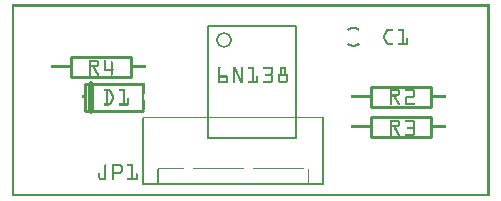
<source format=gto>
G04 MADE WITH FRITZING*
G04 WWW.FRITZING.ORG*
G04 DOUBLE SIDED*
G04 HOLES PLATED*
G04 CONTOUR ON CENTER OF CONTOUR VECTOR*
%ASAXBY*%
%FSLAX23Y23*%
%MOIN*%
%OFA0B0*%
%SFA1.0B1.0*%
%ADD10C,0.052189X0.042189*%
%ADD11C,0.005000*%
%ADD12C,0.008000*%
%ADD13C,0.010000*%
%ADD14C,0.020000*%
%ADD15R,0.001000X0.001000*%
%LNSILK1*%
G90*
G70*
G54D10*
X707Y521D03*
G54D11*
X438Y261D02*
X438Y41D01*
D02*
X1038Y261D02*
X1038Y41D01*
D02*
X1038Y41D02*
X988Y41D01*
D02*
X988Y41D02*
X488Y41D01*
D02*
X488Y41D02*
X438Y41D01*
D02*
X488Y41D02*
X488Y91D01*
G54D12*
D02*
X948Y568D02*
X948Y193D01*
D02*
X948Y193D02*
X653Y193D01*
D02*
X653Y193D02*
X653Y568D01*
D02*
X653Y568D02*
X948Y568D01*
G54D13*
D02*
X1198Y364D02*
X1398Y364D01*
D02*
X1398Y364D02*
X1398Y298D01*
D02*
X1398Y298D02*
X1198Y298D01*
D02*
X1198Y298D02*
X1198Y364D01*
D02*
X1198Y264D02*
X1398Y264D01*
D02*
X1398Y264D02*
X1398Y198D01*
D02*
X1398Y198D02*
X1198Y198D01*
D02*
X1198Y198D02*
X1198Y264D01*
D02*
X242Y376D02*
X437Y376D01*
D02*
X437Y286D02*
X242Y286D01*
D02*
X242Y286D02*
X242Y376D01*
G54D14*
D02*
X262Y286D02*
X262Y376D01*
G54D13*
D02*
X198Y464D02*
X398Y464D01*
D02*
X398Y464D02*
X398Y398D01*
D02*
X398Y398D02*
X198Y398D01*
D02*
X198Y398D02*
X198Y464D01*
G54D15*
X0Y640D02*
X1591Y640D01*
X0Y639D02*
X1591Y639D01*
X0Y638D02*
X1591Y638D01*
X0Y637D02*
X1591Y637D01*
X0Y636D02*
X1591Y636D01*
X0Y635D02*
X1591Y635D01*
X0Y634D02*
X1591Y634D01*
X0Y633D02*
X1591Y633D01*
X0Y632D02*
X7Y632D01*
X1584Y632D02*
X1591Y632D01*
X0Y631D02*
X7Y631D01*
X1584Y631D02*
X1591Y631D01*
X0Y630D02*
X7Y630D01*
X1584Y630D02*
X1591Y630D01*
X0Y629D02*
X7Y629D01*
X1584Y629D02*
X1591Y629D01*
X0Y628D02*
X7Y628D01*
X1584Y628D02*
X1591Y628D01*
X0Y627D02*
X7Y627D01*
X1584Y627D02*
X1591Y627D01*
X0Y626D02*
X7Y626D01*
X1584Y626D02*
X1591Y626D01*
X0Y625D02*
X7Y625D01*
X1584Y625D02*
X1591Y625D01*
X0Y624D02*
X7Y624D01*
X1584Y624D02*
X1591Y624D01*
X0Y623D02*
X7Y623D01*
X1584Y623D02*
X1591Y623D01*
X0Y622D02*
X7Y622D01*
X1584Y622D02*
X1591Y622D01*
X0Y621D02*
X7Y621D01*
X1584Y621D02*
X1591Y621D01*
X0Y620D02*
X7Y620D01*
X1584Y620D02*
X1591Y620D01*
X0Y619D02*
X7Y619D01*
X1584Y619D02*
X1591Y619D01*
X0Y618D02*
X7Y618D01*
X1584Y618D02*
X1591Y618D01*
X0Y617D02*
X7Y617D01*
X1584Y617D02*
X1591Y617D01*
X0Y616D02*
X7Y616D01*
X1584Y616D02*
X1591Y616D01*
X0Y615D02*
X7Y615D01*
X1584Y615D02*
X1591Y615D01*
X0Y614D02*
X7Y614D01*
X1584Y614D02*
X1591Y614D01*
X0Y613D02*
X7Y613D01*
X1584Y613D02*
X1591Y613D01*
X0Y612D02*
X7Y612D01*
X1584Y612D02*
X1591Y612D01*
X0Y611D02*
X7Y611D01*
X1584Y611D02*
X1591Y611D01*
X0Y610D02*
X7Y610D01*
X1584Y610D02*
X1591Y610D01*
X0Y609D02*
X7Y609D01*
X1584Y609D02*
X1591Y609D01*
X0Y608D02*
X7Y608D01*
X1584Y608D02*
X1591Y608D01*
X0Y607D02*
X7Y607D01*
X1584Y607D02*
X1591Y607D01*
X0Y606D02*
X7Y606D01*
X1584Y606D02*
X1591Y606D01*
X0Y605D02*
X7Y605D01*
X1584Y605D02*
X1591Y605D01*
X0Y604D02*
X7Y604D01*
X1584Y604D02*
X1591Y604D01*
X0Y603D02*
X7Y603D01*
X1584Y603D02*
X1591Y603D01*
X0Y602D02*
X7Y602D01*
X1584Y602D02*
X1591Y602D01*
X0Y601D02*
X7Y601D01*
X1584Y601D02*
X1591Y601D01*
X0Y600D02*
X7Y600D01*
X1584Y600D02*
X1591Y600D01*
X0Y599D02*
X7Y599D01*
X1584Y599D02*
X1591Y599D01*
X0Y598D02*
X7Y598D01*
X1584Y598D02*
X1591Y598D01*
X0Y597D02*
X7Y597D01*
X1584Y597D02*
X1591Y597D01*
X0Y596D02*
X7Y596D01*
X1584Y596D02*
X1591Y596D01*
X0Y595D02*
X7Y595D01*
X1584Y595D02*
X1591Y595D01*
X0Y594D02*
X7Y594D01*
X1584Y594D02*
X1591Y594D01*
X0Y593D02*
X7Y593D01*
X1584Y593D02*
X1591Y593D01*
X0Y592D02*
X7Y592D01*
X1584Y592D02*
X1591Y592D01*
X0Y591D02*
X7Y591D01*
X1584Y591D02*
X1591Y591D01*
X0Y590D02*
X7Y590D01*
X1584Y590D02*
X1591Y590D01*
X0Y589D02*
X7Y589D01*
X1584Y589D02*
X1591Y589D01*
X0Y588D02*
X7Y588D01*
X1584Y588D02*
X1591Y588D01*
X0Y587D02*
X7Y587D01*
X1584Y587D02*
X1591Y587D01*
X0Y586D02*
X7Y586D01*
X1584Y586D02*
X1591Y586D01*
X0Y585D02*
X7Y585D01*
X1584Y585D02*
X1591Y585D01*
X0Y584D02*
X7Y584D01*
X1584Y584D02*
X1591Y584D01*
X0Y583D02*
X7Y583D01*
X1584Y583D02*
X1591Y583D01*
X0Y582D02*
X7Y582D01*
X1584Y582D02*
X1591Y582D01*
X0Y581D02*
X7Y581D01*
X1584Y581D02*
X1591Y581D01*
X0Y580D02*
X7Y580D01*
X1584Y580D02*
X1591Y580D01*
X0Y579D02*
X7Y579D01*
X1584Y579D02*
X1591Y579D01*
X0Y578D02*
X7Y578D01*
X1584Y578D02*
X1591Y578D01*
X0Y577D02*
X7Y577D01*
X1584Y577D02*
X1591Y577D01*
X0Y576D02*
X7Y576D01*
X1584Y576D02*
X1591Y576D01*
X0Y575D02*
X7Y575D01*
X1584Y575D02*
X1591Y575D01*
X0Y574D02*
X7Y574D01*
X1584Y574D02*
X1591Y574D01*
X0Y573D02*
X7Y573D01*
X1584Y573D02*
X1591Y573D01*
X0Y572D02*
X7Y572D01*
X1584Y572D02*
X1591Y572D01*
X0Y571D02*
X7Y571D01*
X1584Y571D02*
X1591Y571D01*
X0Y570D02*
X7Y570D01*
X1584Y570D02*
X1591Y570D01*
X0Y569D02*
X7Y569D01*
X1584Y569D02*
X1591Y569D01*
X0Y568D02*
X7Y568D01*
X1584Y568D02*
X1591Y568D01*
X0Y567D02*
X7Y567D01*
X1584Y567D02*
X1591Y567D01*
X0Y566D02*
X7Y566D01*
X1584Y566D02*
X1591Y566D01*
X0Y565D02*
X7Y565D01*
X1134Y565D02*
X1141Y565D01*
X1584Y565D02*
X1591Y565D01*
X0Y564D02*
X7Y564D01*
X1129Y564D02*
X1146Y564D01*
X1584Y564D02*
X1591Y564D01*
X0Y563D02*
X7Y563D01*
X1126Y563D02*
X1149Y563D01*
X1584Y563D02*
X1591Y563D01*
X0Y562D02*
X7Y562D01*
X1124Y562D02*
X1152Y562D01*
X1584Y562D02*
X1591Y562D01*
X0Y561D02*
X7Y561D01*
X1122Y561D02*
X1154Y561D01*
X1584Y561D02*
X1591Y561D01*
X0Y560D02*
X7Y560D01*
X1120Y560D02*
X1155Y560D01*
X1584Y560D02*
X1591Y560D01*
X0Y559D02*
X7Y559D01*
X1119Y559D02*
X1157Y559D01*
X1584Y559D02*
X1591Y559D01*
X0Y558D02*
X7Y558D01*
X1118Y558D02*
X1158Y558D01*
X1253Y558D02*
X1268Y558D01*
X1289Y558D02*
X1306Y558D01*
X1584Y558D02*
X1591Y558D01*
X0Y557D02*
X7Y557D01*
X1117Y557D02*
X1132Y557D01*
X1144Y557D02*
X1158Y557D01*
X1250Y557D02*
X1269Y557D01*
X1288Y557D02*
X1306Y557D01*
X1584Y557D02*
X1591Y557D01*
X0Y556D02*
X7Y556D01*
X1118Y556D02*
X1128Y556D01*
X1147Y556D02*
X1157Y556D01*
X1248Y556D02*
X1270Y556D01*
X1287Y556D02*
X1306Y556D01*
X1584Y556D02*
X1591Y556D01*
X0Y555D02*
X7Y555D01*
X1119Y555D02*
X1126Y555D01*
X1149Y555D02*
X1156Y555D01*
X1247Y555D02*
X1270Y555D01*
X1287Y555D02*
X1306Y555D01*
X1584Y555D02*
X1591Y555D01*
X0Y554D02*
X7Y554D01*
X1120Y554D02*
X1124Y554D01*
X1151Y554D02*
X1156Y554D01*
X1246Y554D02*
X1270Y554D01*
X1287Y554D02*
X1306Y554D01*
X1584Y554D02*
X1591Y554D01*
X0Y553D02*
X7Y553D01*
X1121Y553D02*
X1123Y553D01*
X1152Y553D02*
X1155Y553D01*
X1246Y553D02*
X1270Y553D01*
X1287Y553D02*
X1306Y553D01*
X1584Y553D02*
X1591Y553D01*
X0Y552D02*
X7Y552D01*
X1121Y552D02*
X1121Y552D01*
X1154Y552D02*
X1154Y552D01*
X1245Y552D02*
X1269Y552D01*
X1288Y552D02*
X1306Y552D01*
X1584Y552D02*
X1591Y552D01*
X0Y551D02*
X7Y551D01*
X1245Y551D02*
X1253Y551D01*
X1300Y551D02*
X1306Y551D01*
X1584Y551D02*
X1591Y551D01*
X0Y550D02*
X7Y550D01*
X1244Y550D02*
X1251Y550D01*
X1300Y550D02*
X1306Y550D01*
X1584Y550D02*
X1591Y550D01*
X0Y549D02*
X7Y549D01*
X1244Y549D02*
X1251Y549D01*
X1300Y549D02*
X1306Y549D01*
X1584Y549D02*
X1591Y549D01*
X0Y548D02*
X7Y548D01*
X1243Y548D02*
X1250Y548D01*
X1300Y548D02*
X1306Y548D01*
X1584Y548D02*
X1591Y548D01*
X0Y547D02*
X7Y547D01*
X1243Y547D02*
X1250Y547D01*
X1300Y547D02*
X1306Y547D01*
X1584Y547D02*
X1591Y547D01*
X0Y546D02*
X7Y546D01*
X1242Y546D02*
X1249Y546D01*
X1300Y546D02*
X1306Y546D01*
X1584Y546D02*
X1591Y546D01*
X0Y545D02*
X7Y545D01*
X1242Y545D02*
X1249Y545D01*
X1300Y545D02*
X1306Y545D01*
X1584Y545D02*
X1591Y545D01*
X0Y544D02*
X7Y544D01*
X1241Y544D02*
X1248Y544D01*
X1300Y544D02*
X1306Y544D01*
X1584Y544D02*
X1591Y544D01*
X0Y543D02*
X7Y543D01*
X1241Y543D02*
X1248Y543D01*
X1300Y543D02*
X1306Y543D01*
X1584Y543D02*
X1591Y543D01*
X0Y542D02*
X7Y542D01*
X1240Y542D02*
X1247Y542D01*
X1300Y542D02*
X1306Y542D01*
X1584Y542D02*
X1591Y542D01*
X0Y541D02*
X7Y541D01*
X1240Y541D02*
X1247Y541D01*
X1300Y541D02*
X1306Y541D01*
X1584Y541D02*
X1591Y541D01*
X0Y540D02*
X7Y540D01*
X1239Y540D02*
X1246Y540D01*
X1300Y540D02*
X1306Y540D01*
X1584Y540D02*
X1591Y540D01*
X0Y539D02*
X7Y539D01*
X1239Y539D02*
X1246Y539D01*
X1300Y539D02*
X1306Y539D01*
X1584Y539D02*
X1591Y539D01*
X0Y538D02*
X7Y538D01*
X1238Y538D02*
X1245Y538D01*
X1300Y538D02*
X1306Y538D01*
X1584Y538D02*
X1591Y538D01*
X0Y537D02*
X7Y537D01*
X1238Y537D02*
X1245Y537D01*
X1300Y537D02*
X1306Y537D01*
X1584Y537D02*
X1591Y537D01*
X0Y536D02*
X7Y536D01*
X1237Y536D02*
X1244Y536D01*
X1300Y536D02*
X1306Y536D01*
X1584Y536D02*
X1591Y536D01*
X0Y535D02*
X7Y535D01*
X1237Y535D02*
X1244Y535D01*
X1300Y535D02*
X1306Y535D01*
X1584Y535D02*
X1591Y535D01*
X0Y534D02*
X7Y534D01*
X1237Y534D02*
X1243Y534D01*
X1300Y534D02*
X1306Y534D01*
X1584Y534D02*
X1591Y534D01*
X0Y533D02*
X7Y533D01*
X1237Y533D02*
X1243Y533D01*
X1300Y533D02*
X1306Y533D01*
X1584Y533D02*
X1591Y533D01*
X0Y532D02*
X7Y532D01*
X1237Y532D02*
X1243Y532D01*
X1300Y532D02*
X1306Y532D01*
X1584Y532D02*
X1591Y532D01*
X0Y531D02*
X7Y531D01*
X1237Y531D02*
X1243Y531D01*
X1300Y531D02*
X1306Y531D01*
X1584Y531D02*
X1591Y531D01*
X0Y530D02*
X7Y530D01*
X1237Y530D02*
X1243Y530D01*
X1300Y530D02*
X1306Y530D01*
X1584Y530D02*
X1591Y530D01*
X0Y529D02*
X7Y529D01*
X1237Y529D02*
X1243Y529D01*
X1300Y529D02*
X1306Y529D01*
X1584Y529D02*
X1591Y529D01*
X0Y528D02*
X7Y528D01*
X1237Y528D02*
X1243Y528D01*
X1300Y528D02*
X1306Y528D01*
X1316Y528D02*
X1319Y528D01*
X1584Y528D02*
X1591Y528D01*
X0Y527D02*
X7Y527D01*
X1237Y527D02*
X1244Y527D01*
X1300Y527D02*
X1306Y527D01*
X1315Y527D02*
X1320Y527D01*
X1584Y527D02*
X1591Y527D01*
X0Y526D02*
X7Y526D01*
X1238Y526D02*
X1244Y526D01*
X1300Y526D02*
X1306Y526D01*
X1314Y526D02*
X1320Y526D01*
X1584Y526D02*
X1591Y526D01*
X0Y525D02*
X7Y525D01*
X1238Y525D02*
X1245Y525D01*
X1300Y525D02*
X1306Y525D01*
X1314Y525D02*
X1320Y525D01*
X1584Y525D02*
X1591Y525D01*
X0Y524D02*
X7Y524D01*
X1238Y524D02*
X1245Y524D01*
X1300Y524D02*
X1306Y524D01*
X1314Y524D02*
X1320Y524D01*
X1584Y524D02*
X1591Y524D01*
X0Y523D02*
X7Y523D01*
X1239Y523D02*
X1246Y523D01*
X1300Y523D02*
X1306Y523D01*
X1314Y523D02*
X1320Y523D01*
X1584Y523D02*
X1591Y523D01*
X0Y522D02*
X7Y522D01*
X1239Y522D02*
X1246Y522D01*
X1300Y522D02*
X1306Y522D01*
X1314Y522D02*
X1320Y522D01*
X1584Y522D02*
X1591Y522D01*
X0Y521D02*
X7Y521D01*
X1240Y521D02*
X1247Y521D01*
X1300Y521D02*
X1306Y521D01*
X1314Y521D02*
X1320Y521D01*
X1584Y521D02*
X1591Y521D01*
X0Y520D02*
X7Y520D01*
X1240Y520D02*
X1247Y520D01*
X1300Y520D02*
X1306Y520D01*
X1314Y520D02*
X1320Y520D01*
X1584Y520D02*
X1591Y520D01*
X0Y519D02*
X7Y519D01*
X1241Y519D02*
X1248Y519D01*
X1300Y519D02*
X1306Y519D01*
X1314Y519D02*
X1320Y519D01*
X1584Y519D02*
X1591Y519D01*
X0Y518D02*
X7Y518D01*
X1241Y518D02*
X1248Y518D01*
X1300Y518D02*
X1306Y518D01*
X1314Y518D02*
X1320Y518D01*
X1584Y518D02*
X1591Y518D01*
X0Y517D02*
X7Y517D01*
X1242Y517D02*
X1249Y517D01*
X1300Y517D02*
X1306Y517D01*
X1314Y517D02*
X1320Y517D01*
X1584Y517D02*
X1591Y517D01*
X0Y516D02*
X7Y516D01*
X1242Y516D02*
X1249Y516D01*
X1300Y516D02*
X1306Y516D01*
X1314Y516D02*
X1320Y516D01*
X1584Y516D02*
X1591Y516D01*
X0Y515D02*
X7Y515D01*
X1243Y515D02*
X1250Y515D01*
X1300Y515D02*
X1306Y515D01*
X1314Y515D02*
X1320Y515D01*
X1584Y515D02*
X1591Y515D01*
X0Y514D02*
X7Y514D01*
X1243Y514D02*
X1250Y514D01*
X1300Y514D02*
X1306Y514D01*
X1314Y514D02*
X1320Y514D01*
X1584Y514D02*
X1591Y514D01*
X0Y513D02*
X7Y513D01*
X1244Y513D02*
X1251Y513D01*
X1300Y513D02*
X1306Y513D01*
X1314Y513D02*
X1320Y513D01*
X1584Y513D02*
X1591Y513D01*
X0Y512D02*
X7Y512D01*
X1244Y512D02*
X1251Y512D01*
X1300Y512D02*
X1306Y512D01*
X1314Y512D02*
X1320Y512D01*
X1584Y512D02*
X1591Y512D01*
X0Y511D02*
X7Y511D01*
X1121Y511D02*
X1121Y511D01*
X1154Y511D02*
X1154Y511D01*
X1245Y511D02*
X1267Y511D01*
X1290Y511D02*
X1320Y511D01*
X1584Y511D02*
X1591Y511D01*
X0Y510D02*
X7Y510D01*
X1121Y510D02*
X1123Y510D01*
X1153Y510D02*
X1155Y510D01*
X1245Y510D02*
X1269Y510D01*
X1288Y510D02*
X1320Y510D01*
X1584Y510D02*
X1591Y510D01*
X0Y509D02*
X7Y509D01*
X1120Y509D02*
X1124Y509D01*
X1151Y509D02*
X1155Y509D01*
X1246Y509D02*
X1270Y509D01*
X1287Y509D02*
X1320Y509D01*
X1584Y509D02*
X1591Y509D01*
X0Y508D02*
X7Y508D01*
X1119Y508D02*
X1126Y508D01*
X1149Y508D02*
X1156Y508D01*
X1247Y508D02*
X1270Y508D01*
X1287Y508D02*
X1320Y508D01*
X1584Y508D02*
X1591Y508D01*
X0Y507D02*
X7Y507D01*
X1118Y507D02*
X1128Y507D01*
X1147Y507D02*
X1157Y507D01*
X1248Y507D02*
X1270Y507D01*
X1287Y507D02*
X1320Y507D01*
X1584Y507D02*
X1591Y507D01*
X0Y506D02*
X7Y506D01*
X1118Y506D02*
X1131Y506D01*
X1144Y506D02*
X1158Y506D01*
X1249Y506D02*
X1270Y506D01*
X1287Y506D02*
X1320Y506D01*
X1584Y506D02*
X1591Y506D01*
X0Y505D02*
X7Y505D01*
X1117Y505D02*
X1158Y505D01*
X1250Y505D02*
X1269Y505D01*
X1288Y505D02*
X1319Y505D01*
X1584Y505D02*
X1591Y505D01*
X0Y504D02*
X7Y504D01*
X1118Y504D02*
X1157Y504D01*
X1584Y504D02*
X1591Y504D01*
X0Y503D02*
X7Y503D01*
X1120Y503D02*
X1155Y503D01*
X1584Y503D02*
X1591Y503D01*
X0Y502D02*
X7Y502D01*
X1121Y502D02*
X1154Y502D01*
X1584Y502D02*
X1591Y502D01*
X0Y501D02*
X7Y501D01*
X1123Y501D02*
X1152Y501D01*
X1584Y501D02*
X1591Y501D01*
X0Y500D02*
X7Y500D01*
X1126Y500D02*
X1150Y500D01*
X1584Y500D02*
X1591Y500D01*
X0Y499D02*
X7Y499D01*
X1129Y499D02*
X1147Y499D01*
X1584Y499D02*
X1591Y499D01*
X0Y498D02*
X7Y498D01*
X1133Y498D02*
X1142Y498D01*
X1584Y498D02*
X1591Y498D01*
X0Y497D02*
X7Y497D01*
X1584Y497D02*
X1591Y497D01*
X0Y496D02*
X7Y496D01*
X1584Y496D02*
X1591Y496D01*
X0Y495D02*
X7Y495D01*
X1584Y495D02*
X1591Y495D01*
X0Y494D02*
X7Y494D01*
X1584Y494D02*
X1591Y494D01*
X0Y493D02*
X7Y493D01*
X1584Y493D02*
X1591Y493D01*
X0Y492D02*
X7Y492D01*
X1584Y492D02*
X1591Y492D01*
X0Y491D02*
X7Y491D01*
X1584Y491D02*
X1591Y491D01*
X0Y490D02*
X7Y490D01*
X1584Y490D02*
X1591Y490D01*
X0Y489D02*
X7Y489D01*
X1584Y489D02*
X1591Y489D01*
X0Y488D02*
X7Y488D01*
X1584Y488D02*
X1591Y488D01*
X0Y487D02*
X7Y487D01*
X1584Y487D02*
X1591Y487D01*
X0Y486D02*
X7Y486D01*
X1584Y486D02*
X1591Y486D01*
X0Y485D02*
X7Y485D01*
X1584Y485D02*
X1591Y485D01*
X0Y484D02*
X7Y484D01*
X1584Y484D02*
X1591Y484D01*
X0Y483D02*
X7Y483D01*
X1584Y483D02*
X1591Y483D01*
X0Y482D02*
X7Y482D01*
X1584Y482D02*
X1591Y482D01*
X0Y481D02*
X7Y481D01*
X1584Y481D02*
X1591Y481D01*
X0Y480D02*
X7Y480D01*
X1584Y480D02*
X1591Y480D01*
X0Y479D02*
X7Y479D01*
X1584Y479D02*
X1591Y479D01*
X0Y478D02*
X7Y478D01*
X1584Y478D02*
X1591Y478D01*
X0Y477D02*
X7Y477D01*
X1584Y477D02*
X1591Y477D01*
X0Y476D02*
X7Y476D01*
X1584Y476D02*
X1591Y476D01*
X0Y475D02*
X7Y475D01*
X1584Y475D02*
X1591Y475D01*
X0Y474D02*
X7Y474D01*
X1584Y474D02*
X1591Y474D01*
X0Y473D02*
X7Y473D01*
X1584Y473D02*
X1591Y473D01*
X0Y472D02*
X7Y472D01*
X1584Y472D02*
X1591Y472D01*
X0Y471D02*
X7Y471D01*
X1584Y471D02*
X1591Y471D01*
X0Y470D02*
X7Y470D01*
X1584Y470D02*
X1591Y470D01*
X0Y469D02*
X7Y469D01*
X1584Y469D02*
X1591Y469D01*
X0Y468D02*
X7Y468D01*
X1584Y468D02*
X1591Y468D01*
X0Y467D02*
X7Y467D01*
X1584Y467D02*
X1591Y467D01*
X0Y466D02*
X7Y466D01*
X1584Y466D02*
X1591Y466D01*
X0Y465D02*
X7Y465D01*
X1584Y465D02*
X1591Y465D01*
X0Y464D02*
X7Y464D01*
X1584Y464D02*
X1591Y464D01*
X0Y463D02*
X7Y463D01*
X1584Y463D02*
X1591Y463D01*
X0Y462D02*
X7Y462D01*
X1584Y462D02*
X1591Y462D01*
X0Y461D02*
X7Y461D01*
X1584Y461D02*
X1591Y461D01*
X0Y460D02*
X7Y460D01*
X1584Y460D02*
X1591Y460D01*
X0Y459D02*
X7Y459D01*
X1584Y459D02*
X1591Y459D01*
X0Y458D02*
X7Y458D01*
X1584Y458D02*
X1591Y458D01*
X0Y457D02*
X7Y457D01*
X1584Y457D02*
X1591Y457D01*
X0Y456D02*
X7Y456D01*
X1584Y456D02*
X1591Y456D01*
X0Y455D02*
X7Y455D01*
X257Y455D02*
X280Y455D01*
X311Y455D02*
X311Y455D01*
X1584Y455D02*
X1591Y455D01*
X0Y454D02*
X7Y454D01*
X256Y454D02*
X284Y454D01*
X309Y454D02*
X313Y454D01*
X1584Y454D02*
X1591Y454D01*
X0Y453D02*
X7Y453D01*
X256Y453D02*
X286Y453D01*
X308Y453D02*
X314Y453D01*
X1584Y453D02*
X1591Y453D01*
X0Y452D02*
X7Y452D01*
X256Y452D02*
X287Y452D01*
X308Y452D02*
X314Y452D01*
X1584Y452D02*
X1591Y452D01*
X0Y451D02*
X7Y451D01*
X256Y451D02*
X288Y451D01*
X308Y451D02*
X314Y451D01*
X1584Y451D02*
X1591Y451D01*
X0Y450D02*
X7Y450D01*
X256Y450D02*
X288Y450D01*
X308Y450D02*
X314Y450D01*
X1584Y450D02*
X1591Y450D01*
X0Y449D02*
X7Y449D01*
X256Y449D02*
X289Y449D01*
X308Y449D02*
X314Y449D01*
X331Y449D02*
X332Y449D01*
X1584Y449D02*
X1591Y449D01*
X0Y448D02*
X7Y448D01*
X256Y448D02*
X289Y448D01*
X308Y448D02*
X314Y448D01*
X330Y448D02*
X334Y448D01*
X1584Y448D02*
X1591Y448D01*
X0Y447D02*
X7Y447D01*
X256Y447D02*
X262Y447D01*
X283Y447D02*
X290Y447D01*
X308Y447D02*
X314Y447D01*
X329Y447D02*
X334Y447D01*
X1584Y447D02*
X1591Y447D01*
X0Y446D02*
X7Y446D01*
X256Y446D02*
X262Y446D01*
X284Y446D02*
X290Y446D01*
X308Y446D02*
X314Y446D01*
X329Y446D02*
X335Y446D01*
X1584Y446D02*
X1591Y446D01*
X0Y445D02*
X7Y445D01*
X256Y445D02*
X262Y445D01*
X284Y445D02*
X290Y445D01*
X308Y445D02*
X314Y445D01*
X329Y445D02*
X335Y445D01*
X1584Y445D02*
X1591Y445D01*
X0Y444D02*
X7Y444D01*
X256Y444D02*
X262Y444D01*
X284Y444D02*
X290Y444D01*
X308Y444D02*
X314Y444D01*
X329Y444D02*
X335Y444D01*
X1584Y444D02*
X1591Y444D01*
X0Y443D02*
X7Y443D01*
X256Y443D02*
X262Y443D01*
X284Y443D02*
X290Y443D01*
X308Y443D02*
X314Y443D01*
X329Y443D02*
X335Y443D01*
X1584Y443D02*
X1591Y443D01*
X0Y442D02*
X7Y442D01*
X256Y442D02*
X262Y442D01*
X284Y442D02*
X290Y442D01*
X308Y442D02*
X314Y442D01*
X329Y442D02*
X335Y442D01*
X1584Y442D02*
X1591Y442D01*
X0Y441D02*
X7Y441D01*
X256Y441D02*
X262Y441D01*
X284Y441D02*
X290Y441D01*
X308Y441D02*
X314Y441D01*
X329Y441D02*
X335Y441D01*
X1584Y441D02*
X1591Y441D01*
X0Y440D02*
X7Y440D01*
X256Y440D02*
X262Y440D01*
X284Y440D02*
X290Y440D01*
X308Y440D02*
X314Y440D01*
X329Y440D02*
X335Y440D01*
X1584Y440D02*
X1591Y440D01*
X0Y439D02*
X7Y439D01*
X256Y439D02*
X262Y439D01*
X283Y439D02*
X290Y439D01*
X308Y439D02*
X314Y439D01*
X329Y439D02*
X335Y439D01*
X1584Y439D02*
X1591Y439D01*
X0Y438D02*
X7Y438D01*
X256Y438D02*
X262Y438D01*
X282Y438D02*
X290Y438D01*
X308Y438D02*
X314Y438D01*
X329Y438D02*
X335Y438D01*
X1584Y438D02*
X1591Y438D01*
X0Y437D02*
X7Y437D01*
X256Y437D02*
X289Y437D01*
X308Y437D02*
X314Y437D01*
X329Y437D02*
X335Y437D01*
X1584Y437D02*
X1591Y437D01*
X0Y436D02*
X7Y436D01*
X130Y436D02*
X197Y436D01*
X256Y436D02*
X289Y436D01*
X308Y436D02*
X314Y436D01*
X329Y436D02*
X335Y436D01*
X398Y436D02*
X445Y436D01*
X1584Y436D02*
X1591Y436D01*
X0Y435D02*
X7Y435D01*
X131Y435D02*
X197Y435D01*
X256Y435D02*
X288Y435D01*
X308Y435D02*
X314Y435D01*
X329Y435D02*
X335Y435D01*
X398Y435D02*
X445Y435D01*
X1584Y435D02*
X1591Y435D01*
X0Y434D02*
X7Y434D01*
X131Y434D02*
X197Y434D01*
X256Y434D02*
X287Y434D01*
X308Y434D02*
X314Y434D01*
X329Y434D02*
X335Y434D01*
X398Y434D02*
X445Y434D01*
X1584Y434D02*
X1591Y434D01*
X0Y433D02*
X7Y433D01*
X131Y433D02*
X197Y433D01*
X256Y433D02*
X286Y433D01*
X308Y433D02*
X314Y433D01*
X329Y433D02*
X335Y433D01*
X398Y433D02*
X445Y433D01*
X1584Y433D02*
X1591Y433D01*
X0Y432D02*
X7Y432D01*
X131Y432D02*
X197Y432D01*
X256Y432D02*
X285Y432D01*
X308Y432D02*
X314Y432D01*
X329Y432D02*
X335Y432D01*
X398Y432D02*
X445Y432D01*
X688Y432D02*
X694Y432D01*
X736Y432D02*
X744Y432D01*
X765Y432D02*
X768Y432D01*
X788Y432D02*
X806Y432D01*
X838Y432D02*
X865Y432D01*
X895Y432D02*
X911Y432D01*
X1584Y432D02*
X1591Y432D01*
X0Y431D02*
X7Y431D01*
X131Y431D02*
X197Y431D01*
X256Y431D02*
X283Y431D01*
X308Y431D02*
X314Y431D01*
X329Y431D02*
X335Y431D01*
X398Y431D02*
X445Y431D01*
X687Y431D02*
X695Y431D01*
X736Y431D02*
X745Y431D01*
X764Y431D02*
X769Y431D01*
X787Y431D02*
X806Y431D01*
X837Y431D02*
X867Y431D01*
X894Y431D02*
X912Y431D01*
X1584Y431D02*
X1591Y431D01*
X0Y430D02*
X7Y430D01*
X131Y430D02*
X197Y430D01*
X256Y430D02*
X263Y430D01*
X268Y430D02*
X276Y430D01*
X308Y430D02*
X314Y430D01*
X329Y430D02*
X335Y430D01*
X398Y430D02*
X445Y430D01*
X686Y430D02*
X695Y430D01*
X736Y430D02*
X745Y430D01*
X764Y430D02*
X769Y430D01*
X786Y430D02*
X806Y430D01*
X836Y430D02*
X868Y430D01*
X893Y430D02*
X912Y430D01*
X1584Y430D02*
X1591Y430D01*
X0Y429D02*
X7Y429D01*
X131Y429D02*
X197Y429D01*
X256Y429D02*
X262Y429D01*
X269Y429D02*
X276Y429D01*
X308Y429D02*
X314Y429D01*
X329Y429D02*
X335Y429D01*
X398Y429D02*
X445Y429D01*
X686Y429D02*
X695Y429D01*
X736Y429D02*
X746Y429D01*
X764Y429D02*
X770Y429D01*
X786Y429D02*
X806Y429D01*
X836Y429D02*
X869Y429D01*
X893Y429D02*
X913Y429D01*
X1584Y429D02*
X1591Y429D01*
X0Y428D02*
X7Y428D01*
X131Y428D02*
X197Y428D01*
X256Y428D02*
X262Y428D01*
X270Y428D02*
X277Y428D01*
X308Y428D02*
X314Y428D01*
X329Y428D02*
X335Y428D01*
X398Y428D02*
X445Y428D01*
X686Y428D02*
X695Y428D01*
X736Y428D02*
X746Y428D01*
X764Y428D02*
X770Y428D01*
X786Y428D02*
X806Y428D01*
X836Y428D02*
X869Y428D01*
X893Y428D02*
X913Y428D01*
X1584Y428D02*
X1591Y428D01*
X0Y427D02*
X7Y427D01*
X130Y427D02*
X197Y427D01*
X256Y427D02*
X262Y427D01*
X270Y427D02*
X277Y427D01*
X308Y427D02*
X314Y427D01*
X329Y427D02*
X335Y427D01*
X398Y427D02*
X445Y427D01*
X686Y427D02*
X695Y427D01*
X736Y427D02*
X747Y427D01*
X764Y427D02*
X770Y427D01*
X787Y427D02*
X806Y427D01*
X837Y427D02*
X869Y427D01*
X893Y427D02*
X913Y427D01*
X1584Y427D02*
X1591Y427D01*
X0Y426D02*
X7Y426D01*
X256Y426D02*
X262Y426D01*
X271Y426D02*
X278Y426D01*
X308Y426D02*
X314Y426D01*
X329Y426D02*
X335Y426D01*
X686Y426D02*
X694Y426D01*
X736Y426D02*
X747Y426D01*
X764Y426D02*
X770Y426D01*
X788Y426D02*
X806Y426D01*
X838Y426D02*
X870Y426D01*
X893Y426D02*
X913Y426D01*
X1584Y426D02*
X1591Y426D01*
X0Y425D02*
X7Y425D01*
X256Y425D02*
X262Y425D01*
X271Y425D02*
X279Y425D01*
X308Y425D02*
X337Y425D01*
X686Y425D02*
X692Y425D01*
X736Y425D02*
X747Y425D01*
X764Y425D02*
X770Y425D01*
X800Y425D02*
X806Y425D01*
X864Y425D02*
X870Y425D01*
X893Y425D02*
X899Y425D01*
X907Y425D02*
X913Y425D01*
X1584Y425D02*
X1591Y425D01*
X0Y424D02*
X7Y424D01*
X256Y424D02*
X262Y424D01*
X272Y424D02*
X279Y424D01*
X308Y424D02*
X338Y424D01*
X686Y424D02*
X692Y424D01*
X736Y424D02*
X748Y424D01*
X764Y424D02*
X770Y424D01*
X800Y424D02*
X806Y424D01*
X864Y424D02*
X870Y424D01*
X893Y424D02*
X899Y424D01*
X907Y424D02*
X913Y424D01*
X1584Y424D02*
X1591Y424D01*
X0Y423D02*
X7Y423D01*
X256Y423D02*
X262Y423D01*
X272Y423D02*
X280Y423D01*
X308Y423D02*
X338Y423D01*
X686Y423D02*
X692Y423D01*
X736Y423D02*
X748Y423D01*
X764Y423D02*
X770Y423D01*
X800Y423D02*
X806Y423D01*
X864Y423D02*
X870Y423D01*
X893Y423D02*
X899Y423D01*
X907Y423D02*
X913Y423D01*
X1584Y423D02*
X1591Y423D01*
X0Y422D02*
X7Y422D01*
X256Y422D02*
X262Y422D01*
X273Y422D02*
X280Y422D01*
X308Y422D02*
X338Y422D01*
X686Y422D02*
X692Y422D01*
X736Y422D02*
X749Y422D01*
X764Y422D02*
X770Y422D01*
X800Y422D02*
X806Y422D01*
X864Y422D02*
X870Y422D01*
X893Y422D02*
X899Y422D01*
X907Y422D02*
X913Y422D01*
X1584Y422D02*
X1591Y422D01*
X0Y421D02*
X7Y421D01*
X256Y421D02*
X262Y421D01*
X274Y421D02*
X281Y421D01*
X308Y421D02*
X338Y421D01*
X686Y421D02*
X692Y421D01*
X736Y421D02*
X749Y421D01*
X764Y421D02*
X770Y421D01*
X800Y421D02*
X806Y421D01*
X864Y421D02*
X870Y421D01*
X893Y421D02*
X899Y421D01*
X907Y421D02*
X913Y421D01*
X1584Y421D02*
X1591Y421D01*
X0Y420D02*
X7Y420D01*
X256Y420D02*
X262Y420D01*
X274Y420D02*
X281Y420D01*
X308Y420D02*
X338Y420D01*
X686Y420D02*
X692Y420D01*
X736Y420D02*
X750Y420D01*
X764Y420D02*
X770Y420D01*
X800Y420D02*
X806Y420D01*
X864Y420D02*
X870Y420D01*
X893Y420D02*
X899Y420D01*
X907Y420D02*
X913Y420D01*
X1584Y420D02*
X1591Y420D01*
X0Y419D02*
X7Y419D01*
X256Y419D02*
X262Y419D01*
X275Y419D02*
X282Y419D01*
X308Y419D02*
X336Y419D01*
X686Y419D02*
X692Y419D01*
X736Y419D02*
X750Y419D01*
X764Y419D02*
X770Y419D01*
X800Y419D02*
X806Y419D01*
X864Y419D02*
X870Y419D01*
X893Y419D02*
X899Y419D01*
X907Y419D02*
X913Y419D01*
X1584Y419D02*
X1591Y419D01*
X0Y418D02*
X7Y418D01*
X256Y418D02*
X262Y418D01*
X275Y418D02*
X283Y418D01*
X329Y418D02*
X335Y418D01*
X686Y418D02*
X692Y418D01*
X736Y418D02*
X742Y418D01*
X744Y418D02*
X751Y418D01*
X764Y418D02*
X770Y418D01*
X800Y418D02*
X806Y418D01*
X864Y418D02*
X870Y418D01*
X893Y418D02*
X899Y418D01*
X907Y418D02*
X913Y418D01*
X1584Y418D02*
X1591Y418D01*
X0Y417D02*
X7Y417D01*
X256Y417D02*
X262Y417D01*
X276Y417D02*
X283Y417D01*
X329Y417D02*
X335Y417D01*
X686Y417D02*
X692Y417D01*
X736Y417D02*
X742Y417D01*
X744Y417D02*
X751Y417D01*
X764Y417D02*
X770Y417D01*
X800Y417D02*
X806Y417D01*
X864Y417D02*
X870Y417D01*
X893Y417D02*
X899Y417D01*
X907Y417D02*
X913Y417D01*
X1584Y417D02*
X1591Y417D01*
X0Y416D02*
X7Y416D01*
X256Y416D02*
X262Y416D01*
X277Y416D02*
X284Y416D01*
X329Y416D02*
X335Y416D01*
X686Y416D02*
X692Y416D01*
X736Y416D02*
X742Y416D01*
X745Y416D02*
X751Y416D01*
X764Y416D02*
X770Y416D01*
X800Y416D02*
X806Y416D01*
X864Y416D02*
X870Y416D01*
X893Y416D02*
X899Y416D01*
X907Y416D02*
X913Y416D01*
X1584Y416D02*
X1591Y416D01*
X0Y415D02*
X7Y415D01*
X256Y415D02*
X262Y415D01*
X277Y415D02*
X284Y415D01*
X329Y415D02*
X335Y415D01*
X686Y415D02*
X692Y415D01*
X736Y415D02*
X742Y415D01*
X745Y415D02*
X752Y415D01*
X764Y415D02*
X770Y415D01*
X800Y415D02*
X806Y415D01*
X864Y415D02*
X870Y415D01*
X893Y415D02*
X899Y415D01*
X907Y415D02*
X913Y415D01*
X1584Y415D02*
X1591Y415D01*
X0Y414D02*
X7Y414D01*
X256Y414D02*
X262Y414D01*
X278Y414D02*
X285Y414D01*
X329Y414D02*
X335Y414D01*
X686Y414D02*
X692Y414D01*
X736Y414D02*
X742Y414D01*
X746Y414D02*
X752Y414D01*
X764Y414D02*
X770Y414D01*
X800Y414D02*
X806Y414D01*
X864Y414D02*
X870Y414D01*
X893Y414D02*
X899Y414D01*
X907Y414D02*
X913Y414D01*
X1584Y414D02*
X1591Y414D01*
X0Y413D02*
X7Y413D01*
X256Y413D02*
X262Y413D01*
X278Y413D02*
X286Y413D01*
X329Y413D02*
X335Y413D01*
X686Y413D02*
X692Y413D01*
X736Y413D02*
X742Y413D01*
X746Y413D02*
X753Y413D01*
X764Y413D02*
X770Y413D01*
X800Y413D02*
X806Y413D01*
X864Y413D02*
X870Y413D01*
X893Y413D02*
X899Y413D01*
X907Y413D02*
X913Y413D01*
X1584Y413D02*
X1591Y413D01*
X0Y412D02*
X7Y412D01*
X256Y412D02*
X262Y412D01*
X279Y412D02*
X286Y412D01*
X329Y412D02*
X335Y412D01*
X686Y412D02*
X692Y412D01*
X736Y412D02*
X742Y412D01*
X746Y412D02*
X753Y412D01*
X764Y412D02*
X770Y412D01*
X800Y412D02*
X806Y412D01*
X864Y412D02*
X870Y412D01*
X893Y412D02*
X899Y412D01*
X907Y412D02*
X913Y412D01*
X1584Y412D02*
X1591Y412D01*
X0Y411D02*
X7Y411D01*
X256Y411D02*
X262Y411D01*
X279Y411D02*
X287Y411D01*
X329Y411D02*
X335Y411D01*
X686Y411D02*
X692Y411D01*
X736Y411D02*
X742Y411D01*
X747Y411D02*
X754Y411D01*
X764Y411D02*
X770Y411D01*
X800Y411D02*
X806Y411D01*
X863Y411D02*
X869Y411D01*
X893Y411D02*
X899Y411D01*
X907Y411D02*
X913Y411D01*
X1584Y411D02*
X1591Y411D01*
X0Y410D02*
X7Y410D01*
X256Y410D02*
X262Y410D01*
X280Y410D02*
X287Y410D01*
X329Y410D02*
X335Y410D01*
X686Y410D02*
X692Y410D01*
X736Y410D02*
X742Y410D01*
X747Y410D02*
X754Y410D01*
X764Y410D02*
X770Y410D01*
X800Y410D02*
X806Y410D01*
X863Y410D02*
X869Y410D01*
X893Y410D02*
X899Y410D01*
X907Y410D02*
X913Y410D01*
X1584Y410D02*
X1591Y410D01*
X0Y409D02*
X7Y409D01*
X256Y409D02*
X262Y409D01*
X281Y409D02*
X288Y409D01*
X329Y409D02*
X335Y409D01*
X686Y409D02*
X692Y409D01*
X736Y409D02*
X742Y409D01*
X748Y409D02*
X754Y409D01*
X764Y409D02*
X770Y409D01*
X800Y409D02*
X806Y409D01*
X861Y409D02*
X869Y409D01*
X893Y409D02*
X899Y409D01*
X906Y409D02*
X913Y409D01*
X1584Y409D02*
X1591Y409D01*
X0Y408D02*
X7Y408D01*
X256Y408D02*
X262Y408D01*
X281Y408D02*
X288Y408D01*
X329Y408D02*
X335Y408D01*
X686Y408D02*
X692Y408D01*
X736Y408D02*
X742Y408D01*
X748Y408D02*
X755Y408D01*
X764Y408D02*
X770Y408D01*
X800Y408D02*
X806Y408D01*
X844Y408D02*
X869Y408D01*
X889Y408D02*
X916Y408D01*
X1584Y408D02*
X1591Y408D01*
X0Y407D02*
X7Y407D01*
X256Y407D02*
X262Y407D01*
X282Y407D02*
X289Y407D01*
X329Y407D02*
X335Y407D01*
X686Y407D02*
X692Y407D01*
X736Y407D02*
X742Y407D01*
X749Y407D02*
X755Y407D01*
X764Y407D02*
X770Y407D01*
X800Y407D02*
X806Y407D01*
X843Y407D02*
X868Y407D01*
X888Y407D02*
X917Y407D01*
X1584Y407D02*
X1591Y407D01*
X0Y406D02*
X7Y406D01*
X256Y406D02*
X262Y406D01*
X282Y406D02*
X290Y406D01*
X329Y406D02*
X335Y406D01*
X686Y406D02*
X692Y406D01*
X736Y406D02*
X742Y406D01*
X749Y406D02*
X756Y406D01*
X764Y406D02*
X770Y406D01*
X800Y406D02*
X806Y406D01*
X843Y406D02*
X867Y406D01*
X887Y406D02*
X918Y406D01*
X1584Y406D02*
X1591Y406D01*
X0Y405D02*
X7Y405D01*
X256Y405D02*
X262Y405D01*
X283Y405D02*
X290Y405D01*
X329Y405D02*
X335Y405D01*
X686Y405D02*
X692Y405D01*
X736Y405D02*
X742Y405D01*
X750Y405D02*
X756Y405D01*
X764Y405D02*
X770Y405D01*
X800Y405D02*
X806Y405D01*
X843Y405D02*
X867Y405D01*
X887Y405D02*
X919Y405D01*
X1584Y405D02*
X1591Y405D01*
X0Y404D02*
X7Y404D01*
X256Y404D02*
X262Y404D01*
X284Y404D02*
X290Y404D01*
X329Y404D02*
X335Y404D01*
X686Y404D02*
X692Y404D01*
X736Y404D02*
X742Y404D01*
X750Y404D02*
X757Y404D01*
X764Y404D02*
X770Y404D01*
X800Y404D02*
X806Y404D01*
X843Y404D02*
X868Y404D01*
X886Y404D02*
X919Y404D01*
X1584Y404D02*
X1591Y404D01*
X0Y403D02*
X7Y403D01*
X257Y403D02*
X262Y403D01*
X284Y403D02*
X290Y403D01*
X329Y403D02*
X334Y403D01*
X686Y403D02*
X716Y403D01*
X736Y403D02*
X742Y403D01*
X750Y403D02*
X757Y403D01*
X764Y403D02*
X770Y403D01*
X800Y403D02*
X806Y403D01*
X844Y403D02*
X868Y403D01*
X886Y403D02*
X919Y403D01*
X1584Y403D02*
X1591Y403D01*
X0Y402D02*
X7Y402D01*
X257Y402D02*
X261Y402D01*
X285Y402D02*
X289Y402D01*
X330Y402D02*
X334Y402D01*
X686Y402D02*
X718Y402D01*
X736Y402D02*
X742Y402D01*
X751Y402D02*
X758Y402D01*
X764Y402D02*
X770Y402D01*
X800Y402D02*
X806Y402D01*
X815Y402D02*
X818Y402D01*
X845Y402D02*
X869Y402D01*
X886Y402D02*
X920Y402D01*
X1584Y402D02*
X1591Y402D01*
X0Y401D02*
X7Y401D01*
X259Y401D02*
X260Y401D01*
X287Y401D02*
X287Y401D01*
X331Y401D02*
X332Y401D01*
X686Y401D02*
X719Y401D01*
X736Y401D02*
X742Y401D01*
X751Y401D02*
X758Y401D01*
X764Y401D02*
X770Y401D01*
X800Y401D02*
X806Y401D01*
X814Y401D02*
X819Y401D01*
X862Y401D02*
X869Y401D01*
X886Y401D02*
X892Y401D01*
X914Y401D02*
X920Y401D01*
X1584Y401D02*
X1591Y401D01*
X0Y400D02*
X7Y400D01*
X686Y400D02*
X720Y400D01*
X736Y400D02*
X742Y400D01*
X752Y400D02*
X758Y400D01*
X764Y400D02*
X770Y400D01*
X800Y400D02*
X806Y400D01*
X814Y400D02*
X820Y400D01*
X863Y400D02*
X869Y400D01*
X886Y400D02*
X892Y400D01*
X914Y400D02*
X920Y400D01*
X1584Y400D02*
X1591Y400D01*
X0Y399D02*
X7Y399D01*
X686Y399D02*
X720Y399D01*
X736Y399D02*
X742Y399D01*
X752Y399D02*
X759Y399D01*
X764Y399D02*
X770Y399D01*
X800Y399D02*
X806Y399D01*
X814Y399D02*
X820Y399D01*
X863Y399D02*
X870Y399D01*
X886Y399D02*
X892Y399D01*
X914Y399D02*
X920Y399D01*
X1584Y399D02*
X1591Y399D01*
X0Y398D02*
X7Y398D01*
X686Y398D02*
X720Y398D01*
X736Y398D02*
X742Y398D01*
X753Y398D02*
X759Y398D01*
X764Y398D02*
X770Y398D01*
X800Y398D02*
X806Y398D01*
X814Y398D02*
X820Y398D01*
X864Y398D02*
X870Y398D01*
X886Y398D02*
X892Y398D01*
X914Y398D02*
X920Y398D01*
X1584Y398D02*
X1591Y398D01*
X0Y397D02*
X7Y397D01*
X686Y397D02*
X720Y397D01*
X736Y397D02*
X742Y397D01*
X753Y397D02*
X760Y397D01*
X764Y397D02*
X770Y397D01*
X800Y397D02*
X806Y397D01*
X814Y397D02*
X820Y397D01*
X864Y397D02*
X870Y397D01*
X886Y397D02*
X892Y397D01*
X914Y397D02*
X920Y397D01*
X1584Y397D02*
X1591Y397D01*
X0Y396D02*
X7Y396D01*
X686Y396D02*
X720Y396D01*
X736Y396D02*
X742Y396D01*
X753Y396D02*
X760Y396D01*
X764Y396D02*
X770Y396D01*
X800Y396D02*
X806Y396D01*
X814Y396D02*
X820Y396D01*
X864Y396D02*
X870Y396D01*
X886Y396D02*
X892Y396D01*
X914Y396D02*
X920Y396D01*
X1584Y396D02*
X1591Y396D01*
X0Y395D02*
X7Y395D01*
X686Y395D02*
X692Y395D01*
X714Y395D02*
X720Y395D01*
X736Y395D02*
X742Y395D01*
X754Y395D02*
X761Y395D01*
X764Y395D02*
X770Y395D01*
X800Y395D02*
X806Y395D01*
X814Y395D02*
X820Y395D01*
X864Y395D02*
X870Y395D01*
X886Y395D02*
X892Y395D01*
X914Y395D02*
X920Y395D01*
X1584Y395D02*
X1591Y395D01*
X0Y394D02*
X7Y394D01*
X686Y394D02*
X692Y394D01*
X714Y394D02*
X720Y394D01*
X736Y394D02*
X742Y394D01*
X754Y394D02*
X761Y394D01*
X764Y394D02*
X770Y394D01*
X800Y394D02*
X806Y394D01*
X814Y394D02*
X820Y394D01*
X864Y394D02*
X870Y394D01*
X886Y394D02*
X892Y394D01*
X914Y394D02*
X920Y394D01*
X1584Y394D02*
X1591Y394D01*
X0Y393D02*
X7Y393D01*
X686Y393D02*
X692Y393D01*
X714Y393D02*
X720Y393D01*
X736Y393D02*
X742Y393D01*
X755Y393D02*
X762Y393D01*
X764Y393D02*
X770Y393D01*
X800Y393D02*
X806Y393D01*
X814Y393D02*
X820Y393D01*
X864Y393D02*
X870Y393D01*
X886Y393D02*
X892Y393D01*
X914Y393D02*
X920Y393D01*
X1584Y393D02*
X1591Y393D01*
X0Y392D02*
X7Y392D01*
X686Y392D02*
X692Y392D01*
X714Y392D02*
X720Y392D01*
X736Y392D02*
X742Y392D01*
X755Y392D02*
X762Y392D01*
X764Y392D02*
X770Y392D01*
X800Y392D02*
X806Y392D01*
X814Y392D02*
X820Y392D01*
X864Y392D02*
X870Y392D01*
X886Y392D02*
X892Y392D01*
X914Y392D02*
X920Y392D01*
X1584Y392D02*
X1591Y392D01*
X0Y391D02*
X7Y391D01*
X686Y391D02*
X692Y391D01*
X714Y391D02*
X720Y391D01*
X736Y391D02*
X742Y391D01*
X756Y391D02*
X770Y391D01*
X800Y391D02*
X806Y391D01*
X814Y391D02*
X820Y391D01*
X864Y391D02*
X870Y391D01*
X886Y391D02*
X892Y391D01*
X914Y391D02*
X920Y391D01*
X1584Y391D02*
X1591Y391D01*
X0Y390D02*
X7Y390D01*
X686Y390D02*
X692Y390D01*
X714Y390D02*
X720Y390D01*
X736Y390D02*
X742Y390D01*
X756Y390D02*
X770Y390D01*
X800Y390D02*
X806Y390D01*
X814Y390D02*
X820Y390D01*
X864Y390D02*
X870Y390D01*
X886Y390D02*
X892Y390D01*
X914Y390D02*
X920Y390D01*
X1584Y390D02*
X1591Y390D01*
X0Y389D02*
X7Y389D01*
X686Y389D02*
X692Y389D01*
X714Y389D02*
X720Y389D01*
X736Y389D02*
X742Y389D01*
X757Y389D02*
X770Y389D01*
X800Y389D02*
X806Y389D01*
X814Y389D02*
X820Y389D01*
X864Y389D02*
X870Y389D01*
X886Y389D02*
X892Y389D01*
X914Y389D02*
X920Y389D01*
X1584Y389D02*
X1591Y389D01*
X0Y388D02*
X7Y388D01*
X686Y388D02*
X692Y388D01*
X714Y388D02*
X720Y388D01*
X736Y388D02*
X742Y388D01*
X757Y388D02*
X770Y388D01*
X800Y388D02*
X806Y388D01*
X814Y388D02*
X820Y388D01*
X864Y388D02*
X870Y388D01*
X886Y388D02*
X892Y388D01*
X914Y388D02*
X920Y388D01*
X1584Y388D02*
X1591Y388D01*
X0Y387D02*
X7Y387D01*
X686Y387D02*
X692Y387D01*
X714Y387D02*
X720Y387D01*
X736Y387D02*
X742Y387D01*
X757Y387D02*
X770Y387D01*
X800Y387D02*
X806Y387D01*
X814Y387D02*
X820Y387D01*
X864Y387D02*
X870Y387D01*
X886Y387D02*
X892Y387D01*
X914Y387D02*
X920Y387D01*
X1584Y387D02*
X1591Y387D01*
X0Y386D02*
X7Y386D01*
X686Y386D02*
X692Y386D01*
X714Y386D02*
X720Y386D01*
X736Y386D02*
X742Y386D01*
X758Y386D02*
X770Y386D01*
X800Y386D02*
X806Y386D01*
X814Y386D02*
X820Y386D01*
X864Y386D02*
X870Y386D01*
X886Y386D02*
X892Y386D01*
X914Y386D02*
X920Y386D01*
X1584Y386D02*
X1591Y386D01*
X0Y385D02*
X7Y385D01*
X686Y385D02*
X720Y385D01*
X736Y385D02*
X742Y385D01*
X758Y385D02*
X770Y385D01*
X788Y385D02*
X820Y385D01*
X838Y385D02*
X870Y385D01*
X886Y385D02*
X920Y385D01*
X1584Y385D02*
X1591Y385D01*
X0Y384D02*
X7Y384D01*
X686Y384D02*
X720Y384D01*
X736Y384D02*
X742Y384D01*
X759Y384D02*
X770Y384D01*
X787Y384D02*
X820Y384D01*
X837Y384D02*
X869Y384D01*
X886Y384D02*
X919Y384D01*
X1584Y384D02*
X1591Y384D01*
X0Y383D02*
X7Y383D01*
X686Y383D02*
X720Y383D01*
X736Y383D02*
X742Y383D01*
X759Y383D02*
X770Y383D01*
X786Y383D02*
X820Y383D01*
X836Y383D02*
X869Y383D01*
X886Y383D02*
X919Y383D01*
X1584Y383D02*
X1591Y383D01*
X0Y382D02*
X7Y382D01*
X686Y382D02*
X720Y382D01*
X736Y382D02*
X742Y382D01*
X760Y382D02*
X770Y382D01*
X786Y382D02*
X820Y382D01*
X836Y382D02*
X869Y382D01*
X887Y382D02*
X919Y382D01*
X1584Y382D02*
X1591Y382D01*
X0Y381D02*
X7Y381D01*
X686Y381D02*
X719Y381D01*
X736Y381D02*
X742Y381D01*
X760Y381D02*
X770Y381D01*
X786Y381D02*
X819Y381D01*
X836Y381D02*
X868Y381D01*
X887Y381D02*
X918Y381D01*
X1584Y381D02*
X1591Y381D01*
X0Y380D02*
X7Y380D01*
X686Y380D02*
X719Y380D01*
X736Y380D02*
X741Y380D01*
X761Y380D02*
X770Y380D01*
X786Y380D02*
X819Y380D01*
X836Y380D02*
X867Y380D01*
X888Y380D02*
X917Y380D01*
X1584Y380D02*
X1591Y380D01*
X0Y379D02*
X7Y379D01*
X687Y379D02*
X718Y379D01*
X737Y379D02*
X741Y379D01*
X761Y379D02*
X770Y379D01*
X787Y379D02*
X818Y379D01*
X837Y379D02*
X866Y379D01*
X890Y379D02*
X916Y379D01*
X1584Y379D02*
X1591Y379D01*
X0Y378D02*
X7Y378D01*
X1584Y378D02*
X1591Y378D01*
X0Y377D02*
X7Y377D01*
X1584Y377D02*
X1591Y377D01*
X0Y376D02*
X7Y376D01*
X432Y376D02*
X441Y376D01*
X1584Y376D02*
X1591Y376D01*
X0Y375D02*
X7Y375D01*
X432Y375D02*
X441Y375D01*
X1584Y375D02*
X1591Y375D01*
X0Y374D02*
X7Y374D01*
X432Y374D02*
X441Y374D01*
X1584Y374D02*
X1591Y374D01*
X0Y373D02*
X7Y373D01*
X432Y373D02*
X441Y373D01*
X1584Y373D02*
X1591Y373D01*
X0Y372D02*
X7Y372D01*
X432Y372D02*
X441Y372D01*
X1584Y372D02*
X1591Y372D01*
X0Y371D02*
X7Y371D01*
X432Y371D02*
X441Y371D01*
X1584Y371D02*
X1591Y371D01*
X0Y370D02*
X7Y370D01*
X432Y370D02*
X441Y370D01*
X1584Y370D02*
X1591Y370D01*
X0Y369D02*
X7Y369D01*
X432Y369D02*
X441Y369D01*
X1584Y369D02*
X1591Y369D01*
X0Y368D02*
X7Y368D01*
X432Y368D02*
X441Y368D01*
X1584Y368D02*
X1591Y368D01*
X0Y367D02*
X7Y367D01*
X432Y367D02*
X441Y367D01*
X1584Y367D02*
X1591Y367D01*
X0Y366D02*
X7Y366D01*
X432Y366D02*
X441Y366D01*
X1584Y366D02*
X1591Y366D01*
X0Y365D02*
X7Y365D01*
X432Y365D02*
X441Y365D01*
X1584Y365D02*
X1591Y365D01*
X0Y364D02*
X7Y364D01*
X432Y364D02*
X441Y364D01*
X1584Y364D02*
X1591Y364D01*
X0Y363D02*
X7Y363D01*
X432Y363D02*
X441Y363D01*
X1584Y363D02*
X1591Y363D01*
X0Y362D02*
X7Y362D01*
X432Y362D02*
X441Y362D01*
X1584Y362D02*
X1591Y362D01*
X0Y361D02*
X7Y361D01*
X432Y361D02*
X441Y361D01*
X1584Y361D02*
X1591Y361D01*
X0Y360D02*
X7Y360D01*
X432Y360D02*
X441Y360D01*
X1584Y360D02*
X1591Y360D01*
X0Y359D02*
X7Y359D01*
X432Y359D02*
X441Y359D01*
X1584Y359D02*
X1591Y359D01*
X0Y358D02*
X7Y358D01*
X432Y358D02*
X441Y358D01*
X1584Y358D02*
X1591Y358D01*
X0Y357D02*
X7Y357D01*
X432Y357D02*
X441Y357D01*
X1259Y357D02*
X1286Y357D01*
X1310Y357D02*
X1339Y357D01*
X1584Y357D02*
X1591Y357D01*
X0Y356D02*
X7Y356D01*
X307Y356D02*
X325Y356D01*
X357Y356D02*
X376Y356D01*
X432Y356D02*
X441Y356D01*
X1259Y356D02*
X1288Y356D01*
X1309Y356D02*
X1340Y356D01*
X1584Y356D02*
X1591Y356D01*
X0Y355D02*
X7Y355D01*
X306Y355D02*
X327Y355D01*
X356Y355D02*
X376Y355D01*
X432Y355D02*
X441Y355D01*
X1259Y355D02*
X1289Y355D01*
X1309Y355D02*
X1341Y355D01*
X1584Y355D02*
X1591Y355D01*
X0Y354D02*
X7Y354D01*
X306Y354D02*
X328Y354D01*
X356Y354D02*
X376Y354D01*
X432Y354D02*
X441Y354D01*
X1259Y354D02*
X1290Y354D01*
X1309Y354D02*
X1342Y354D01*
X1584Y354D02*
X1591Y354D01*
X0Y353D02*
X7Y353D01*
X306Y353D02*
X329Y353D01*
X356Y353D02*
X376Y353D01*
X432Y353D02*
X441Y353D01*
X1259Y353D02*
X1291Y353D01*
X1309Y353D02*
X1342Y353D01*
X1584Y353D02*
X1591Y353D01*
X0Y352D02*
X7Y352D01*
X306Y352D02*
X330Y352D01*
X356Y352D02*
X376Y352D01*
X432Y352D02*
X441Y352D01*
X1259Y352D02*
X1291Y352D01*
X1310Y352D02*
X1342Y352D01*
X1584Y352D02*
X1591Y352D01*
X0Y351D02*
X7Y351D01*
X307Y351D02*
X331Y351D01*
X357Y351D02*
X376Y351D01*
X432Y351D02*
X441Y351D01*
X1259Y351D02*
X1292Y351D01*
X1311Y351D02*
X1343Y351D01*
X1584Y351D02*
X1591Y351D01*
X0Y350D02*
X7Y350D01*
X308Y350D02*
X331Y350D01*
X358Y350D02*
X376Y350D01*
X432Y350D02*
X441Y350D01*
X1259Y350D02*
X1265Y350D01*
X1285Y350D02*
X1292Y350D01*
X1337Y350D02*
X1343Y350D01*
X1584Y350D02*
X1591Y350D01*
X0Y349D02*
X7Y349D01*
X313Y349D02*
X319Y349D01*
X325Y349D02*
X332Y349D01*
X370Y349D02*
X376Y349D01*
X432Y349D02*
X441Y349D01*
X1259Y349D02*
X1265Y349D01*
X1286Y349D02*
X1292Y349D01*
X1337Y349D02*
X1343Y349D01*
X1584Y349D02*
X1591Y349D01*
X0Y348D02*
X7Y348D01*
X313Y348D02*
X319Y348D01*
X325Y348D02*
X332Y348D01*
X370Y348D02*
X376Y348D01*
X432Y348D02*
X441Y348D01*
X1259Y348D02*
X1265Y348D01*
X1286Y348D02*
X1293Y348D01*
X1337Y348D02*
X1343Y348D01*
X1584Y348D02*
X1591Y348D01*
X0Y347D02*
X7Y347D01*
X313Y347D02*
X319Y347D01*
X326Y347D02*
X333Y347D01*
X370Y347D02*
X376Y347D01*
X432Y347D02*
X441Y347D01*
X1259Y347D02*
X1265Y347D01*
X1287Y347D02*
X1293Y347D01*
X1337Y347D02*
X1343Y347D01*
X1584Y347D02*
X1591Y347D01*
X0Y346D02*
X7Y346D01*
X313Y346D02*
X319Y346D01*
X326Y346D02*
X333Y346D01*
X370Y346D02*
X376Y346D01*
X432Y346D02*
X441Y346D01*
X1259Y346D02*
X1265Y346D01*
X1287Y346D02*
X1293Y346D01*
X1337Y346D02*
X1343Y346D01*
X1584Y346D02*
X1591Y346D01*
X0Y345D02*
X7Y345D01*
X313Y345D02*
X319Y345D01*
X327Y345D02*
X334Y345D01*
X370Y345D02*
X376Y345D01*
X432Y345D02*
X441Y345D01*
X1259Y345D02*
X1265Y345D01*
X1287Y345D02*
X1293Y345D01*
X1337Y345D02*
X1343Y345D01*
X1584Y345D02*
X1591Y345D01*
X0Y344D02*
X7Y344D01*
X313Y344D02*
X319Y344D01*
X327Y344D02*
X334Y344D01*
X370Y344D02*
X376Y344D01*
X432Y344D02*
X441Y344D01*
X1259Y344D02*
X1265Y344D01*
X1287Y344D02*
X1293Y344D01*
X1337Y344D02*
X1343Y344D01*
X1584Y344D02*
X1591Y344D01*
X0Y343D02*
X7Y343D01*
X313Y343D02*
X319Y343D01*
X328Y343D02*
X335Y343D01*
X370Y343D02*
X376Y343D01*
X432Y343D02*
X441Y343D01*
X1259Y343D02*
X1265Y343D01*
X1286Y343D02*
X1293Y343D01*
X1337Y343D02*
X1343Y343D01*
X1584Y343D02*
X1591Y343D01*
X0Y342D02*
X7Y342D01*
X313Y342D02*
X319Y342D01*
X328Y342D02*
X335Y342D01*
X370Y342D02*
X376Y342D01*
X432Y342D02*
X441Y342D01*
X1259Y342D02*
X1265Y342D01*
X1286Y342D02*
X1292Y342D01*
X1337Y342D02*
X1343Y342D01*
X1584Y342D02*
X1591Y342D01*
X0Y341D02*
X7Y341D01*
X313Y341D02*
X319Y341D01*
X329Y341D02*
X336Y341D01*
X370Y341D02*
X376Y341D01*
X432Y341D02*
X440Y341D01*
X1259Y341D02*
X1265Y341D01*
X1285Y341D02*
X1292Y341D01*
X1337Y341D02*
X1343Y341D01*
X1584Y341D02*
X1591Y341D01*
X0Y340D02*
X7Y340D01*
X313Y340D02*
X319Y340D01*
X329Y340D02*
X336Y340D01*
X370Y340D02*
X376Y340D01*
X432Y340D02*
X440Y340D01*
X1259Y340D02*
X1292Y340D01*
X1337Y340D02*
X1343Y340D01*
X1584Y340D02*
X1591Y340D01*
X0Y339D02*
X7Y339D01*
X313Y339D02*
X319Y339D01*
X330Y339D02*
X337Y339D01*
X370Y339D02*
X376Y339D01*
X432Y339D02*
X440Y339D01*
X1259Y339D02*
X1291Y339D01*
X1337Y339D02*
X1343Y339D01*
X1584Y339D02*
X1591Y339D01*
X0Y338D02*
X7Y338D01*
X313Y338D02*
X319Y338D01*
X330Y338D02*
X337Y338D01*
X370Y338D02*
X376Y338D01*
X432Y338D02*
X440Y338D01*
X1259Y338D02*
X1291Y338D01*
X1337Y338D02*
X1343Y338D01*
X1584Y338D02*
X1591Y338D01*
X0Y337D02*
X7Y337D01*
X313Y337D02*
X319Y337D01*
X331Y337D02*
X338Y337D01*
X370Y337D02*
X376Y337D01*
X432Y337D02*
X440Y337D01*
X1259Y337D02*
X1290Y337D01*
X1337Y337D02*
X1343Y337D01*
X1584Y337D02*
X1591Y337D01*
X0Y336D02*
X7Y336D01*
X234Y336D02*
X241Y336D01*
X313Y336D02*
X319Y336D01*
X331Y336D02*
X338Y336D01*
X370Y336D02*
X376Y336D01*
X432Y336D02*
X439Y336D01*
X1130Y336D02*
X1197Y336D01*
X1259Y336D02*
X1289Y336D01*
X1337Y336D02*
X1343Y336D01*
X1398Y336D02*
X1445Y336D01*
X1584Y336D02*
X1591Y336D01*
X0Y335D02*
X7Y335D01*
X234Y335D02*
X241Y335D01*
X313Y335D02*
X319Y335D01*
X332Y335D02*
X339Y335D01*
X370Y335D02*
X376Y335D01*
X432Y335D02*
X439Y335D01*
X1130Y335D02*
X1197Y335D01*
X1259Y335D02*
X1288Y335D01*
X1337Y335D02*
X1343Y335D01*
X1398Y335D02*
X1445Y335D01*
X1584Y335D02*
X1591Y335D01*
X0Y334D02*
X7Y334D01*
X234Y334D02*
X241Y334D01*
X313Y334D02*
X319Y334D01*
X332Y334D02*
X339Y334D01*
X370Y334D02*
X376Y334D01*
X432Y334D02*
X439Y334D01*
X1131Y334D02*
X1197Y334D01*
X1259Y334D02*
X1286Y334D01*
X1315Y334D02*
X1343Y334D01*
X1398Y334D02*
X1445Y334D01*
X1584Y334D02*
X1591Y334D01*
X0Y333D02*
X7Y333D01*
X234Y333D02*
X241Y333D01*
X313Y333D02*
X319Y333D01*
X333Y333D02*
X339Y333D01*
X370Y333D02*
X376Y333D01*
X432Y333D02*
X439Y333D01*
X1131Y333D02*
X1197Y333D01*
X1259Y333D02*
X1282Y333D01*
X1312Y333D02*
X1342Y333D01*
X1398Y333D02*
X1445Y333D01*
X1584Y333D02*
X1591Y333D01*
X0Y332D02*
X7Y332D01*
X234Y332D02*
X241Y332D01*
X313Y332D02*
X319Y332D01*
X333Y332D02*
X339Y332D01*
X370Y332D02*
X376Y332D01*
X432Y332D02*
X439Y332D01*
X1131Y332D02*
X1197Y332D01*
X1259Y332D02*
X1265Y332D01*
X1271Y332D02*
X1279Y332D01*
X1311Y332D02*
X1342Y332D01*
X1398Y332D02*
X1445Y332D01*
X1584Y332D02*
X1591Y332D01*
X0Y331D02*
X7Y331D01*
X234Y331D02*
X241Y331D01*
X313Y331D02*
X319Y331D01*
X333Y331D02*
X339Y331D01*
X370Y331D02*
X376Y331D01*
X432Y331D02*
X439Y331D01*
X1131Y331D02*
X1197Y331D01*
X1259Y331D02*
X1265Y331D01*
X1272Y331D02*
X1279Y331D01*
X1310Y331D02*
X1342Y331D01*
X1398Y331D02*
X1445Y331D01*
X1584Y331D02*
X1591Y331D01*
X0Y330D02*
X7Y330D01*
X234Y330D02*
X241Y330D01*
X313Y330D02*
X319Y330D01*
X334Y330D02*
X340Y330D01*
X370Y330D02*
X376Y330D01*
X432Y330D02*
X439Y330D01*
X1131Y330D02*
X1197Y330D01*
X1259Y330D02*
X1265Y330D01*
X1273Y330D02*
X1280Y330D01*
X1310Y330D02*
X1341Y330D01*
X1398Y330D02*
X1445Y330D01*
X1584Y330D02*
X1591Y330D01*
X0Y329D02*
X7Y329D01*
X234Y329D02*
X241Y329D01*
X313Y329D02*
X319Y329D01*
X333Y329D02*
X340Y329D01*
X370Y329D02*
X376Y329D01*
X432Y329D02*
X439Y329D01*
X1131Y329D02*
X1197Y329D01*
X1259Y329D02*
X1265Y329D01*
X1273Y329D02*
X1280Y329D01*
X1309Y329D02*
X1340Y329D01*
X1398Y329D02*
X1445Y329D01*
X1584Y329D02*
X1591Y329D01*
X0Y328D02*
X7Y328D01*
X234Y328D02*
X241Y328D01*
X313Y328D02*
X319Y328D01*
X333Y328D02*
X339Y328D01*
X370Y328D02*
X376Y328D01*
X432Y328D02*
X439Y328D01*
X1130Y328D02*
X1197Y328D01*
X1259Y328D02*
X1265Y328D01*
X1274Y328D02*
X1281Y328D01*
X1309Y328D02*
X1339Y328D01*
X1398Y328D02*
X1445Y328D01*
X1584Y328D02*
X1591Y328D01*
X0Y327D02*
X7Y327D01*
X234Y327D02*
X241Y327D01*
X313Y327D02*
X319Y327D01*
X333Y327D02*
X339Y327D01*
X370Y327D02*
X376Y327D01*
X385Y327D02*
X388Y327D01*
X432Y327D02*
X439Y327D01*
X1130Y327D02*
X1197Y327D01*
X1259Y327D02*
X1265Y327D01*
X1274Y327D02*
X1281Y327D01*
X1309Y327D02*
X1315Y327D01*
X1398Y327D02*
X1445Y327D01*
X1584Y327D02*
X1591Y327D01*
X0Y326D02*
X7Y326D01*
X313Y326D02*
X319Y326D01*
X333Y326D02*
X339Y326D01*
X370Y326D02*
X376Y326D01*
X384Y326D02*
X389Y326D01*
X432Y326D02*
X440Y326D01*
X1259Y326D02*
X1265Y326D01*
X1275Y326D02*
X1282Y326D01*
X1309Y326D02*
X1315Y326D01*
X1584Y326D02*
X1591Y326D01*
X0Y325D02*
X7Y325D01*
X313Y325D02*
X319Y325D01*
X332Y325D02*
X339Y325D01*
X370Y325D02*
X376Y325D01*
X384Y325D02*
X389Y325D01*
X432Y325D02*
X440Y325D01*
X1259Y325D02*
X1265Y325D01*
X1275Y325D02*
X1283Y325D01*
X1309Y325D02*
X1315Y325D01*
X1584Y325D02*
X1591Y325D01*
X0Y324D02*
X7Y324D01*
X313Y324D02*
X319Y324D01*
X332Y324D02*
X338Y324D01*
X370Y324D02*
X376Y324D01*
X384Y324D02*
X390Y324D01*
X432Y324D02*
X440Y324D01*
X1259Y324D02*
X1265Y324D01*
X1276Y324D02*
X1283Y324D01*
X1309Y324D02*
X1315Y324D01*
X1584Y324D02*
X1591Y324D01*
X0Y323D02*
X7Y323D01*
X313Y323D02*
X319Y323D01*
X331Y323D02*
X338Y323D01*
X370Y323D02*
X376Y323D01*
X384Y323D02*
X390Y323D01*
X432Y323D02*
X440Y323D01*
X1259Y323D02*
X1265Y323D01*
X1277Y323D02*
X1284Y323D01*
X1309Y323D02*
X1315Y323D01*
X1584Y323D02*
X1591Y323D01*
X0Y322D02*
X7Y322D01*
X313Y322D02*
X319Y322D01*
X331Y322D02*
X337Y322D01*
X370Y322D02*
X376Y322D01*
X384Y322D02*
X390Y322D01*
X432Y322D02*
X440Y322D01*
X1259Y322D02*
X1265Y322D01*
X1277Y322D02*
X1284Y322D01*
X1309Y322D02*
X1315Y322D01*
X1584Y322D02*
X1591Y322D01*
X0Y321D02*
X7Y321D01*
X313Y321D02*
X319Y321D01*
X330Y321D02*
X337Y321D01*
X370Y321D02*
X376Y321D01*
X384Y321D02*
X390Y321D01*
X432Y321D02*
X441Y321D01*
X1259Y321D02*
X1265Y321D01*
X1278Y321D02*
X1285Y321D01*
X1309Y321D02*
X1315Y321D01*
X1584Y321D02*
X1591Y321D01*
X0Y320D02*
X7Y320D01*
X313Y320D02*
X319Y320D01*
X330Y320D02*
X337Y320D01*
X370Y320D02*
X376Y320D01*
X384Y320D02*
X390Y320D01*
X432Y320D02*
X441Y320D01*
X1259Y320D02*
X1265Y320D01*
X1278Y320D02*
X1286Y320D01*
X1309Y320D02*
X1315Y320D01*
X1584Y320D02*
X1591Y320D01*
X0Y319D02*
X7Y319D01*
X313Y319D02*
X319Y319D01*
X329Y319D02*
X336Y319D01*
X370Y319D02*
X376Y319D01*
X384Y319D02*
X390Y319D01*
X432Y319D02*
X441Y319D01*
X1259Y319D02*
X1265Y319D01*
X1279Y319D02*
X1286Y319D01*
X1309Y319D02*
X1315Y319D01*
X1584Y319D02*
X1591Y319D01*
X0Y318D02*
X7Y318D01*
X313Y318D02*
X319Y318D01*
X329Y318D02*
X336Y318D01*
X370Y318D02*
X376Y318D01*
X384Y318D02*
X390Y318D01*
X432Y318D02*
X441Y318D01*
X1259Y318D02*
X1265Y318D01*
X1280Y318D02*
X1287Y318D01*
X1309Y318D02*
X1315Y318D01*
X1584Y318D02*
X1591Y318D01*
X0Y317D02*
X7Y317D01*
X313Y317D02*
X319Y317D01*
X328Y317D02*
X335Y317D01*
X370Y317D02*
X376Y317D01*
X384Y317D02*
X390Y317D01*
X432Y317D02*
X441Y317D01*
X1259Y317D02*
X1265Y317D01*
X1280Y317D02*
X1287Y317D01*
X1309Y317D02*
X1315Y317D01*
X1584Y317D02*
X1591Y317D01*
X0Y316D02*
X7Y316D01*
X313Y316D02*
X319Y316D01*
X328Y316D02*
X335Y316D01*
X370Y316D02*
X376Y316D01*
X384Y316D02*
X390Y316D01*
X432Y316D02*
X441Y316D01*
X1259Y316D02*
X1265Y316D01*
X1281Y316D02*
X1288Y316D01*
X1309Y316D02*
X1315Y316D01*
X1584Y316D02*
X1591Y316D01*
X0Y315D02*
X7Y315D01*
X313Y315D02*
X319Y315D01*
X327Y315D02*
X334Y315D01*
X370Y315D02*
X376Y315D01*
X384Y315D02*
X390Y315D01*
X432Y315D02*
X441Y315D01*
X1259Y315D02*
X1265Y315D01*
X1281Y315D02*
X1288Y315D01*
X1309Y315D02*
X1315Y315D01*
X1584Y315D02*
X1591Y315D01*
X0Y314D02*
X7Y314D01*
X313Y314D02*
X319Y314D01*
X327Y314D02*
X334Y314D01*
X370Y314D02*
X376Y314D01*
X384Y314D02*
X390Y314D01*
X432Y314D02*
X441Y314D01*
X1259Y314D02*
X1265Y314D01*
X1282Y314D02*
X1289Y314D01*
X1309Y314D02*
X1315Y314D01*
X1584Y314D02*
X1591Y314D01*
X0Y313D02*
X7Y313D01*
X313Y313D02*
X319Y313D01*
X326Y313D02*
X333Y313D01*
X370Y313D02*
X376Y313D01*
X384Y313D02*
X390Y313D01*
X432Y313D02*
X441Y313D01*
X1259Y313D02*
X1265Y313D01*
X1282Y313D02*
X1290Y313D01*
X1309Y313D02*
X1315Y313D01*
X1584Y313D02*
X1591Y313D01*
X0Y312D02*
X7Y312D01*
X313Y312D02*
X319Y312D01*
X326Y312D02*
X333Y312D01*
X370Y312D02*
X376Y312D01*
X384Y312D02*
X390Y312D01*
X432Y312D02*
X441Y312D01*
X1259Y312D02*
X1265Y312D01*
X1283Y312D02*
X1290Y312D01*
X1309Y312D02*
X1315Y312D01*
X1584Y312D02*
X1591Y312D01*
X0Y311D02*
X7Y311D01*
X313Y311D02*
X319Y311D01*
X325Y311D02*
X332Y311D01*
X370Y311D02*
X376Y311D01*
X384Y311D02*
X390Y311D01*
X432Y311D02*
X441Y311D01*
X1259Y311D02*
X1265Y311D01*
X1284Y311D02*
X1291Y311D01*
X1309Y311D02*
X1315Y311D01*
X1584Y311D02*
X1591Y311D01*
X0Y310D02*
X7Y310D01*
X313Y310D02*
X319Y310D01*
X324Y310D02*
X332Y310D01*
X370Y310D02*
X376Y310D01*
X383Y310D02*
X390Y310D01*
X432Y310D02*
X441Y310D01*
X1259Y310D02*
X1265Y310D01*
X1284Y310D02*
X1291Y310D01*
X1309Y310D02*
X1341Y310D01*
X1584Y310D02*
X1591Y310D01*
X0Y309D02*
X7Y309D01*
X307Y309D02*
X331Y309D01*
X357Y309D02*
X390Y309D01*
X432Y309D02*
X441Y309D01*
X1259Y309D02*
X1265Y309D01*
X1285Y309D02*
X1292Y309D01*
X1309Y309D02*
X1342Y309D01*
X1584Y309D02*
X1591Y309D01*
X0Y308D02*
X7Y308D01*
X306Y308D02*
X331Y308D01*
X356Y308D02*
X390Y308D01*
X432Y308D02*
X441Y308D01*
X1259Y308D02*
X1265Y308D01*
X1285Y308D02*
X1292Y308D01*
X1309Y308D02*
X1342Y308D01*
X1584Y308D02*
X1591Y308D01*
X0Y307D02*
X7Y307D01*
X306Y307D02*
X330Y307D01*
X356Y307D02*
X390Y307D01*
X432Y307D02*
X441Y307D01*
X1259Y307D02*
X1265Y307D01*
X1286Y307D02*
X1293Y307D01*
X1309Y307D02*
X1343Y307D01*
X1584Y307D02*
X1591Y307D01*
X0Y306D02*
X7Y306D01*
X306Y306D02*
X329Y306D01*
X356Y306D02*
X390Y306D01*
X432Y306D02*
X441Y306D01*
X1259Y306D02*
X1265Y306D01*
X1287Y306D02*
X1292Y306D01*
X1309Y306D02*
X1342Y306D01*
X1584Y306D02*
X1591Y306D01*
X0Y305D02*
X7Y305D01*
X306Y305D02*
X328Y305D01*
X356Y305D02*
X389Y305D01*
X432Y305D02*
X441Y305D01*
X1260Y305D02*
X1264Y305D01*
X1287Y305D02*
X1292Y305D01*
X1309Y305D02*
X1342Y305D01*
X1584Y305D02*
X1591Y305D01*
X0Y304D02*
X7Y304D01*
X307Y304D02*
X326Y304D01*
X357Y304D02*
X389Y304D01*
X432Y304D02*
X441Y304D01*
X1261Y304D02*
X1263Y304D01*
X1288Y304D02*
X1291Y304D01*
X1309Y304D02*
X1341Y304D01*
X1584Y304D02*
X1591Y304D01*
X0Y303D02*
X7Y303D01*
X308Y303D02*
X324Y303D01*
X358Y303D02*
X387Y303D01*
X432Y303D02*
X441Y303D01*
X1584Y303D02*
X1591Y303D01*
X0Y302D02*
X7Y302D01*
X432Y302D02*
X441Y302D01*
X1584Y302D02*
X1591Y302D01*
X0Y301D02*
X7Y301D01*
X432Y301D02*
X441Y301D01*
X1584Y301D02*
X1591Y301D01*
X0Y300D02*
X7Y300D01*
X432Y300D02*
X441Y300D01*
X1584Y300D02*
X1591Y300D01*
X0Y299D02*
X7Y299D01*
X432Y299D02*
X441Y299D01*
X1584Y299D02*
X1591Y299D01*
X0Y298D02*
X7Y298D01*
X432Y298D02*
X441Y298D01*
X1584Y298D02*
X1591Y298D01*
X0Y297D02*
X7Y297D01*
X432Y297D02*
X441Y297D01*
X1584Y297D02*
X1591Y297D01*
X0Y296D02*
X7Y296D01*
X432Y296D02*
X441Y296D01*
X1584Y296D02*
X1591Y296D01*
X0Y295D02*
X7Y295D01*
X432Y295D02*
X441Y295D01*
X1584Y295D02*
X1591Y295D01*
X0Y294D02*
X7Y294D01*
X432Y294D02*
X441Y294D01*
X1584Y294D02*
X1591Y294D01*
X0Y293D02*
X7Y293D01*
X432Y293D02*
X441Y293D01*
X1584Y293D02*
X1591Y293D01*
X0Y292D02*
X7Y292D01*
X432Y292D02*
X441Y292D01*
X1584Y292D02*
X1591Y292D01*
X0Y291D02*
X7Y291D01*
X432Y291D02*
X441Y291D01*
X1584Y291D02*
X1591Y291D01*
X0Y290D02*
X7Y290D01*
X432Y290D02*
X441Y290D01*
X1584Y290D02*
X1591Y290D01*
X0Y289D02*
X7Y289D01*
X432Y289D02*
X441Y289D01*
X1584Y289D02*
X1591Y289D01*
X0Y288D02*
X7Y288D01*
X432Y288D02*
X441Y288D01*
X1584Y288D02*
X1591Y288D01*
X0Y287D02*
X7Y287D01*
X432Y287D02*
X441Y287D01*
X1584Y287D02*
X1591Y287D01*
X0Y286D02*
X7Y286D01*
X1584Y286D02*
X1591Y286D01*
X0Y285D02*
X7Y285D01*
X1584Y285D02*
X1591Y285D01*
X0Y284D02*
X7Y284D01*
X1584Y284D02*
X1591Y284D01*
X0Y283D02*
X7Y283D01*
X1584Y283D02*
X1591Y283D01*
X0Y282D02*
X7Y282D01*
X1584Y282D02*
X1591Y282D01*
X0Y281D02*
X7Y281D01*
X1584Y281D02*
X1591Y281D01*
X0Y280D02*
X7Y280D01*
X1584Y280D02*
X1591Y280D01*
X0Y279D02*
X7Y279D01*
X1584Y279D02*
X1591Y279D01*
X0Y278D02*
X7Y278D01*
X1584Y278D02*
X1591Y278D01*
X0Y277D02*
X7Y277D01*
X1584Y277D02*
X1591Y277D01*
X0Y276D02*
X7Y276D01*
X1584Y276D02*
X1591Y276D01*
X0Y275D02*
X7Y275D01*
X1584Y275D02*
X1591Y275D01*
X0Y274D02*
X7Y274D01*
X1584Y274D02*
X1591Y274D01*
X0Y273D02*
X7Y273D01*
X1584Y273D02*
X1591Y273D01*
X0Y272D02*
X7Y272D01*
X1584Y272D02*
X1591Y272D01*
X0Y271D02*
X7Y271D01*
X1584Y271D02*
X1591Y271D01*
X0Y270D02*
X7Y270D01*
X1584Y270D02*
X1591Y270D01*
X0Y269D02*
X7Y269D01*
X1584Y269D02*
X1591Y269D01*
X0Y268D02*
X7Y268D01*
X1584Y268D02*
X1591Y268D01*
X0Y267D02*
X7Y267D01*
X1584Y267D02*
X1591Y267D01*
X0Y266D02*
X7Y266D01*
X1584Y266D02*
X1591Y266D01*
X0Y265D02*
X7Y265D01*
X1584Y265D02*
X1591Y265D01*
X0Y264D02*
X7Y264D01*
X437Y264D02*
X1038Y264D01*
X1584Y264D02*
X1591Y264D01*
X0Y263D02*
X7Y263D01*
X436Y263D02*
X1039Y263D01*
X1584Y263D02*
X1591Y263D01*
X0Y262D02*
X7Y262D01*
X436Y262D02*
X955Y262D01*
X1021Y262D02*
X1040Y262D01*
X1584Y262D02*
X1591Y262D01*
X0Y261D02*
X7Y261D01*
X436Y261D02*
X955Y261D01*
X1021Y261D02*
X1040Y261D01*
X1584Y261D02*
X1591Y261D01*
X0Y260D02*
X7Y260D01*
X436Y260D02*
X955Y260D01*
X1021Y260D02*
X1039Y260D01*
X1584Y260D02*
X1591Y260D01*
X0Y259D02*
X7Y259D01*
X1584Y259D02*
X1591Y259D01*
X0Y258D02*
X7Y258D01*
X1584Y258D02*
X1591Y258D01*
X0Y257D02*
X7Y257D01*
X1584Y257D02*
X1591Y257D01*
X0Y256D02*
X7Y256D01*
X1584Y256D02*
X1591Y256D01*
X0Y255D02*
X7Y255D01*
X1259Y255D02*
X1284Y255D01*
X1311Y255D02*
X1337Y255D01*
X1584Y255D02*
X1591Y255D01*
X0Y254D02*
X7Y254D01*
X1259Y254D02*
X1287Y254D01*
X1310Y254D02*
X1339Y254D01*
X1584Y254D02*
X1591Y254D01*
X0Y253D02*
X7Y253D01*
X1259Y253D02*
X1288Y253D01*
X1309Y253D02*
X1340Y253D01*
X1584Y253D02*
X1591Y253D01*
X0Y252D02*
X7Y252D01*
X1259Y252D02*
X1289Y252D01*
X1309Y252D02*
X1341Y252D01*
X1584Y252D02*
X1591Y252D01*
X0Y251D02*
X7Y251D01*
X1259Y251D02*
X1290Y251D01*
X1309Y251D02*
X1342Y251D01*
X1584Y251D02*
X1591Y251D01*
X0Y250D02*
X7Y250D01*
X1259Y250D02*
X1291Y250D01*
X1309Y250D02*
X1342Y250D01*
X1584Y250D02*
X1591Y250D01*
X0Y249D02*
X7Y249D01*
X1259Y249D02*
X1292Y249D01*
X1310Y249D02*
X1342Y249D01*
X1584Y249D02*
X1591Y249D01*
X0Y248D02*
X7Y248D01*
X1259Y248D02*
X1265Y248D01*
X1284Y248D02*
X1292Y248D01*
X1336Y248D02*
X1343Y248D01*
X1584Y248D02*
X1591Y248D01*
X0Y247D02*
X7Y247D01*
X1259Y247D02*
X1265Y247D01*
X1286Y247D02*
X1292Y247D01*
X1337Y247D02*
X1343Y247D01*
X1584Y247D02*
X1591Y247D01*
X0Y246D02*
X7Y246D01*
X1259Y246D02*
X1265Y246D01*
X1286Y246D02*
X1292Y246D01*
X1337Y246D02*
X1343Y246D01*
X1584Y246D02*
X1591Y246D01*
X0Y245D02*
X7Y245D01*
X1259Y245D02*
X1265Y245D01*
X1286Y245D02*
X1293Y245D01*
X1337Y245D02*
X1343Y245D01*
X1584Y245D02*
X1591Y245D01*
X0Y244D02*
X7Y244D01*
X1259Y244D02*
X1265Y244D01*
X1287Y244D02*
X1293Y244D01*
X1337Y244D02*
X1343Y244D01*
X1584Y244D02*
X1591Y244D01*
X0Y243D02*
X7Y243D01*
X1259Y243D02*
X1265Y243D01*
X1287Y243D02*
X1293Y243D01*
X1337Y243D02*
X1343Y243D01*
X1584Y243D02*
X1591Y243D01*
X0Y242D02*
X7Y242D01*
X1259Y242D02*
X1265Y242D01*
X1287Y242D02*
X1293Y242D01*
X1337Y242D02*
X1343Y242D01*
X1584Y242D02*
X1591Y242D01*
X0Y241D02*
X7Y241D01*
X1259Y241D02*
X1265Y241D01*
X1287Y241D02*
X1293Y241D01*
X1337Y241D02*
X1343Y241D01*
X1584Y241D02*
X1591Y241D01*
X0Y240D02*
X7Y240D01*
X1259Y240D02*
X1265Y240D01*
X1286Y240D02*
X1292Y240D01*
X1337Y240D02*
X1343Y240D01*
X1584Y240D02*
X1591Y240D01*
X0Y239D02*
X7Y239D01*
X1259Y239D02*
X1265Y239D01*
X1286Y239D02*
X1292Y239D01*
X1337Y239D02*
X1343Y239D01*
X1584Y239D02*
X1591Y239D01*
X0Y238D02*
X7Y238D01*
X1259Y238D02*
X1265Y238D01*
X1285Y238D02*
X1292Y238D01*
X1337Y238D02*
X1343Y238D01*
X1584Y238D02*
X1591Y238D01*
X0Y237D02*
X7Y237D01*
X1259Y237D02*
X1292Y237D01*
X1337Y237D02*
X1343Y237D01*
X1584Y237D02*
X1591Y237D01*
X0Y236D02*
X7Y236D01*
X1130Y236D02*
X1197Y236D01*
X1259Y236D02*
X1291Y236D01*
X1337Y236D02*
X1343Y236D01*
X1398Y236D02*
X1445Y236D01*
X1584Y236D02*
X1591Y236D01*
X0Y235D02*
X7Y235D01*
X1130Y235D02*
X1197Y235D01*
X1259Y235D02*
X1291Y235D01*
X1336Y235D02*
X1343Y235D01*
X1398Y235D02*
X1445Y235D01*
X1584Y235D02*
X1591Y235D01*
X0Y234D02*
X7Y234D01*
X1131Y234D02*
X1197Y234D01*
X1259Y234D02*
X1290Y234D01*
X1336Y234D02*
X1342Y234D01*
X1398Y234D02*
X1445Y234D01*
X1584Y234D02*
X1591Y234D01*
X0Y233D02*
X7Y233D01*
X1131Y233D02*
X1197Y233D01*
X1259Y233D02*
X1289Y233D01*
X1336Y233D02*
X1342Y233D01*
X1398Y233D02*
X1445Y233D01*
X1584Y233D02*
X1591Y233D01*
X0Y232D02*
X7Y232D01*
X1131Y232D02*
X1197Y232D01*
X1259Y232D02*
X1287Y232D01*
X1334Y232D02*
X1342Y232D01*
X1398Y232D02*
X1445Y232D01*
X1584Y232D02*
X1591Y232D01*
X0Y231D02*
X7Y231D01*
X1131Y231D02*
X1197Y231D01*
X1259Y231D02*
X1285Y231D01*
X1317Y231D02*
X1342Y231D01*
X1398Y231D02*
X1445Y231D01*
X1584Y231D02*
X1591Y231D01*
X0Y230D02*
X7Y230D01*
X1131Y230D02*
X1197Y230D01*
X1259Y230D02*
X1265Y230D01*
X1271Y230D02*
X1278Y230D01*
X1316Y230D02*
X1341Y230D01*
X1398Y230D02*
X1445Y230D01*
X1584Y230D02*
X1591Y230D01*
X0Y229D02*
X7Y229D01*
X1131Y229D02*
X1197Y229D01*
X1259Y229D02*
X1265Y229D01*
X1272Y229D02*
X1279Y229D01*
X1316Y229D02*
X1341Y229D01*
X1398Y229D02*
X1445Y229D01*
X1584Y229D02*
X1591Y229D01*
X0Y228D02*
X7Y228D01*
X1130Y228D02*
X1197Y228D01*
X1259Y228D02*
X1265Y228D01*
X1272Y228D02*
X1279Y228D01*
X1316Y228D02*
X1340Y228D01*
X1398Y228D02*
X1445Y228D01*
X1584Y228D02*
X1591Y228D01*
X0Y227D02*
X7Y227D01*
X1130Y227D02*
X1197Y227D01*
X1259Y227D02*
X1265Y227D01*
X1273Y227D02*
X1280Y227D01*
X1316Y227D02*
X1341Y227D01*
X1398Y227D02*
X1445Y227D01*
X1584Y227D02*
X1591Y227D01*
X0Y226D02*
X7Y226D01*
X1259Y226D02*
X1265Y226D01*
X1273Y226D02*
X1281Y226D01*
X1317Y226D02*
X1341Y226D01*
X1584Y226D02*
X1591Y226D01*
X0Y225D02*
X7Y225D01*
X1259Y225D02*
X1265Y225D01*
X1274Y225D02*
X1281Y225D01*
X1318Y225D02*
X1342Y225D01*
X1584Y225D02*
X1591Y225D01*
X0Y224D02*
X7Y224D01*
X1259Y224D02*
X1265Y224D01*
X1275Y224D02*
X1282Y224D01*
X1335Y224D02*
X1342Y224D01*
X1584Y224D02*
X1591Y224D01*
X0Y223D02*
X7Y223D01*
X1259Y223D02*
X1265Y223D01*
X1275Y223D02*
X1282Y223D01*
X1336Y223D02*
X1342Y223D01*
X1584Y223D02*
X1591Y223D01*
X0Y222D02*
X7Y222D01*
X1259Y222D02*
X1265Y222D01*
X1276Y222D02*
X1283Y222D01*
X1336Y222D02*
X1343Y222D01*
X1584Y222D02*
X1591Y222D01*
X0Y221D02*
X7Y221D01*
X1259Y221D02*
X1265Y221D01*
X1276Y221D02*
X1283Y221D01*
X1337Y221D02*
X1343Y221D01*
X1584Y221D02*
X1591Y221D01*
X0Y220D02*
X7Y220D01*
X1259Y220D02*
X1265Y220D01*
X1277Y220D02*
X1284Y220D01*
X1337Y220D02*
X1343Y220D01*
X1584Y220D02*
X1591Y220D01*
X0Y219D02*
X7Y219D01*
X1259Y219D02*
X1265Y219D01*
X1277Y219D02*
X1285Y219D01*
X1337Y219D02*
X1343Y219D01*
X1584Y219D02*
X1591Y219D01*
X0Y218D02*
X7Y218D01*
X1259Y218D02*
X1265Y218D01*
X1278Y218D02*
X1285Y218D01*
X1337Y218D02*
X1343Y218D01*
X1584Y218D02*
X1591Y218D01*
X0Y217D02*
X7Y217D01*
X1259Y217D02*
X1265Y217D01*
X1279Y217D02*
X1286Y217D01*
X1337Y217D02*
X1343Y217D01*
X1584Y217D02*
X1591Y217D01*
X0Y216D02*
X7Y216D01*
X1259Y216D02*
X1265Y216D01*
X1279Y216D02*
X1286Y216D01*
X1337Y216D02*
X1343Y216D01*
X1584Y216D02*
X1591Y216D01*
X0Y215D02*
X7Y215D01*
X1259Y215D02*
X1265Y215D01*
X1280Y215D02*
X1287Y215D01*
X1337Y215D02*
X1343Y215D01*
X1584Y215D02*
X1591Y215D01*
X0Y214D02*
X7Y214D01*
X1259Y214D02*
X1265Y214D01*
X1280Y214D02*
X1288Y214D01*
X1337Y214D02*
X1343Y214D01*
X1584Y214D02*
X1591Y214D01*
X0Y213D02*
X7Y213D01*
X1259Y213D02*
X1265Y213D01*
X1281Y213D02*
X1288Y213D01*
X1337Y213D02*
X1343Y213D01*
X1584Y213D02*
X1591Y213D01*
X0Y212D02*
X7Y212D01*
X1259Y212D02*
X1265Y212D01*
X1282Y212D02*
X1289Y212D01*
X1337Y212D02*
X1343Y212D01*
X1584Y212D02*
X1591Y212D01*
X0Y211D02*
X7Y211D01*
X1259Y211D02*
X1265Y211D01*
X1282Y211D02*
X1289Y211D01*
X1337Y211D02*
X1343Y211D01*
X1584Y211D02*
X1591Y211D01*
X0Y210D02*
X7Y210D01*
X1259Y210D02*
X1265Y210D01*
X1283Y210D02*
X1290Y210D01*
X1337Y210D02*
X1343Y210D01*
X1584Y210D02*
X1591Y210D01*
X0Y209D02*
X7Y209D01*
X1259Y209D02*
X1265Y209D01*
X1283Y209D02*
X1290Y209D01*
X1337Y209D02*
X1343Y209D01*
X1584Y209D02*
X1591Y209D01*
X0Y208D02*
X7Y208D01*
X1259Y208D02*
X1265Y208D01*
X1284Y208D02*
X1291Y208D01*
X1312Y208D02*
X1343Y208D01*
X1584Y208D02*
X1591Y208D01*
X0Y207D02*
X7Y207D01*
X1259Y207D02*
X1265Y207D01*
X1284Y207D02*
X1292Y207D01*
X1310Y207D02*
X1342Y207D01*
X1584Y207D02*
X1591Y207D01*
X0Y206D02*
X7Y206D01*
X1259Y206D02*
X1265Y206D01*
X1285Y206D02*
X1292Y206D01*
X1309Y206D02*
X1342Y206D01*
X1584Y206D02*
X1591Y206D01*
X0Y205D02*
X7Y205D01*
X1259Y205D02*
X1265Y205D01*
X1286Y205D02*
X1292Y205D01*
X1309Y205D02*
X1342Y205D01*
X1584Y205D02*
X1591Y205D01*
X0Y204D02*
X7Y204D01*
X1259Y204D02*
X1265Y204D01*
X1286Y204D02*
X1292Y204D01*
X1309Y204D02*
X1341Y204D01*
X1584Y204D02*
X1591Y204D01*
X0Y203D02*
X7Y203D01*
X1259Y203D02*
X1265Y203D01*
X1287Y203D02*
X1292Y203D01*
X1309Y203D02*
X1340Y203D01*
X1584Y203D02*
X1591Y203D01*
X0Y202D02*
X7Y202D01*
X1260Y202D02*
X1264Y202D01*
X1288Y202D02*
X1291Y202D01*
X1310Y202D02*
X1339Y202D01*
X1584Y202D02*
X1591Y202D01*
X0Y201D02*
X7Y201D01*
X1584Y201D02*
X1591Y201D01*
X0Y200D02*
X7Y200D01*
X1584Y200D02*
X1591Y200D01*
X0Y199D02*
X7Y199D01*
X1584Y199D02*
X1591Y199D01*
X0Y198D02*
X7Y198D01*
X1584Y198D02*
X1591Y198D01*
X0Y197D02*
X7Y197D01*
X1584Y197D02*
X1591Y197D01*
X0Y196D02*
X7Y196D01*
X1584Y196D02*
X1591Y196D01*
X0Y195D02*
X7Y195D01*
X1584Y195D02*
X1591Y195D01*
X0Y194D02*
X7Y194D01*
X1584Y194D02*
X1591Y194D01*
X0Y193D02*
X7Y193D01*
X1584Y193D02*
X1591Y193D01*
X0Y192D02*
X7Y192D01*
X1584Y192D02*
X1591Y192D01*
X0Y191D02*
X7Y191D01*
X1584Y191D02*
X1591Y191D01*
X0Y190D02*
X7Y190D01*
X1584Y190D02*
X1591Y190D01*
X0Y189D02*
X7Y189D01*
X1584Y189D02*
X1591Y189D01*
X0Y188D02*
X7Y188D01*
X1584Y188D02*
X1591Y188D01*
X0Y187D02*
X7Y187D01*
X1584Y187D02*
X1591Y187D01*
X0Y186D02*
X7Y186D01*
X1584Y186D02*
X1591Y186D01*
X0Y185D02*
X7Y185D01*
X1584Y185D02*
X1591Y185D01*
X0Y184D02*
X7Y184D01*
X1584Y184D02*
X1591Y184D01*
X0Y183D02*
X7Y183D01*
X1584Y183D02*
X1591Y183D01*
X0Y182D02*
X7Y182D01*
X1584Y182D02*
X1591Y182D01*
X0Y181D02*
X7Y181D01*
X1584Y181D02*
X1591Y181D01*
X0Y180D02*
X7Y180D01*
X1584Y180D02*
X1591Y180D01*
X0Y179D02*
X7Y179D01*
X1584Y179D02*
X1591Y179D01*
X0Y178D02*
X7Y178D01*
X1584Y178D02*
X1591Y178D01*
X0Y177D02*
X7Y177D01*
X1584Y177D02*
X1591Y177D01*
X0Y176D02*
X7Y176D01*
X1584Y176D02*
X1591Y176D01*
X0Y175D02*
X7Y175D01*
X1584Y175D02*
X1591Y175D01*
X0Y174D02*
X7Y174D01*
X1584Y174D02*
X1591Y174D01*
X0Y173D02*
X7Y173D01*
X1584Y173D02*
X1591Y173D01*
X0Y172D02*
X7Y172D01*
X1584Y172D02*
X1591Y172D01*
X0Y171D02*
X7Y171D01*
X1584Y171D02*
X1591Y171D01*
X0Y170D02*
X7Y170D01*
X1584Y170D02*
X1591Y170D01*
X0Y169D02*
X7Y169D01*
X1584Y169D02*
X1591Y169D01*
X0Y168D02*
X7Y168D01*
X1584Y168D02*
X1591Y168D01*
X0Y167D02*
X7Y167D01*
X1584Y167D02*
X1591Y167D01*
X0Y166D02*
X7Y166D01*
X1584Y166D02*
X1591Y166D01*
X0Y165D02*
X7Y165D01*
X1584Y165D02*
X1591Y165D01*
X0Y164D02*
X7Y164D01*
X1584Y164D02*
X1591Y164D01*
X0Y163D02*
X7Y163D01*
X1584Y163D02*
X1591Y163D01*
X0Y162D02*
X7Y162D01*
X1584Y162D02*
X1591Y162D01*
X0Y161D02*
X7Y161D01*
X1584Y161D02*
X1591Y161D01*
X0Y160D02*
X7Y160D01*
X1584Y160D02*
X1591Y160D01*
X0Y159D02*
X7Y159D01*
X1584Y159D02*
X1591Y159D01*
X0Y158D02*
X7Y158D01*
X1584Y158D02*
X1591Y158D01*
X0Y157D02*
X7Y157D01*
X1584Y157D02*
X1591Y157D01*
X0Y156D02*
X7Y156D01*
X1584Y156D02*
X1591Y156D01*
X0Y155D02*
X7Y155D01*
X1584Y155D02*
X1591Y155D01*
X0Y154D02*
X7Y154D01*
X1584Y154D02*
X1591Y154D01*
X0Y153D02*
X7Y153D01*
X1584Y153D02*
X1591Y153D01*
X0Y152D02*
X7Y152D01*
X1584Y152D02*
X1591Y152D01*
X0Y151D02*
X7Y151D01*
X1584Y151D02*
X1591Y151D01*
X0Y150D02*
X7Y150D01*
X1584Y150D02*
X1591Y150D01*
X0Y149D02*
X7Y149D01*
X1584Y149D02*
X1591Y149D01*
X0Y148D02*
X7Y148D01*
X1584Y148D02*
X1591Y148D01*
X0Y147D02*
X7Y147D01*
X1584Y147D02*
X1591Y147D01*
X0Y146D02*
X7Y146D01*
X1584Y146D02*
X1591Y146D01*
X0Y145D02*
X7Y145D01*
X1584Y145D02*
X1591Y145D01*
X0Y144D02*
X7Y144D01*
X1584Y144D02*
X1591Y144D01*
X0Y143D02*
X7Y143D01*
X1584Y143D02*
X1591Y143D01*
X0Y142D02*
X7Y142D01*
X1584Y142D02*
X1591Y142D01*
X0Y141D02*
X7Y141D01*
X1584Y141D02*
X1591Y141D01*
X0Y140D02*
X7Y140D01*
X1584Y140D02*
X1591Y140D01*
X0Y139D02*
X7Y139D01*
X1584Y139D02*
X1591Y139D01*
X0Y138D02*
X7Y138D01*
X1584Y138D02*
X1591Y138D01*
X0Y137D02*
X7Y137D01*
X1584Y137D02*
X1591Y137D01*
X0Y136D02*
X7Y136D01*
X1584Y136D02*
X1591Y136D01*
X0Y135D02*
X7Y135D01*
X1584Y135D02*
X1591Y135D01*
X0Y134D02*
X7Y134D01*
X1584Y134D02*
X1591Y134D01*
X0Y133D02*
X7Y133D01*
X1584Y133D02*
X1591Y133D01*
X0Y132D02*
X7Y132D01*
X1584Y132D02*
X1591Y132D01*
X0Y131D02*
X7Y131D01*
X1584Y131D02*
X1591Y131D01*
X0Y130D02*
X7Y130D01*
X1584Y130D02*
X1591Y130D01*
X0Y129D02*
X7Y129D01*
X1584Y129D02*
X1591Y129D01*
X0Y128D02*
X7Y128D01*
X1584Y128D02*
X1591Y128D01*
X0Y127D02*
X7Y127D01*
X1584Y127D02*
X1591Y127D01*
X0Y126D02*
X7Y126D01*
X1584Y126D02*
X1591Y126D01*
X0Y125D02*
X7Y125D01*
X1584Y125D02*
X1591Y125D01*
X0Y124D02*
X7Y124D01*
X1584Y124D02*
X1591Y124D01*
X0Y123D02*
X7Y123D01*
X1584Y123D02*
X1591Y123D01*
X0Y122D02*
X7Y122D01*
X1584Y122D02*
X1591Y122D01*
X0Y121D02*
X7Y121D01*
X1584Y121D02*
X1591Y121D01*
X0Y120D02*
X7Y120D01*
X1584Y120D02*
X1591Y120D01*
X0Y119D02*
X7Y119D01*
X1584Y119D02*
X1591Y119D01*
X0Y118D02*
X7Y118D01*
X1584Y118D02*
X1591Y118D01*
X0Y117D02*
X7Y117D01*
X1584Y117D02*
X1591Y117D01*
X0Y116D02*
X7Y116D01*
X1584Y116D02*
X1591Y116D01*
X0Y115D02*
X7Y115D01*
X1584Y115D02*
X1591Y115D01*
X0Y114D02*
X7Y114D01*
X1584Y114D02*
X1591Y114D01*
X0Y113D02*
X7Y113D01*
X1584Y113D02*
X1591Y113D01*
X0Y112D02*
X7Y112D01*
X1584Y112D02*
X1591Y112D01*
X0Y111D02*
X7Y111D01*
X1584Y111D02*
X1591Y111D01*
X0Y110D02*
X7Y110D01*
X1584Y110D02*
X1591Y110D01*
X0Y109D02*
X7Y109D01*
X1584Y109D02*
X1591Y109D01*
X0Y108D02*
X7Y108D01*
X1584Y108D02*
X1591Y108D01*
X0Y107D02*
X7Y107D01*
X310Y107D02*
X313Y107D01*
X334Y107D02*
X361Y107D01*
X386Y107D02*
X404Y107D01*
X1584Y107D02*
X1591Y107D01*
X0Y106D02*
X7Y106D01*
X309Y106D02*
X314Y106D01*
X334Y106D02*
X363Y106D01*
X385Y106D02*
X404Y106D01*
X1584Y106D02*
X1591Y106D01*
X0Y105D02*
X7Y105D01*
X308Y105D02*
X314Y105D01*
X334Y105D02*
X364Y105D01*
X384Y105D02*
X404Y105D01*
X1584Y105D02*
X1591Y105D01*
X0Y104D02*
X7Y104D01*
X308Y104D02*
X314Y104D01*
X334Y104D02*
X365Y104D01*
X384Y104D02*
X404Y104D01*
X1584Y104D02*
X1591Y104D01*
X0Y103D02*
X7Y103D01*
X308Y103D02*
X314Y103D01*
X334Y103D02*
X366Y103D01*
X384Y103D02*
X404Y103D01*
X1584Y103D02*
X1591Y103D01*
X0Y102D02*
X7Y102D01*
X308Y102D02*
X314Y102D01*
X334Y102D02*
X367Y102D01*
X385Y102D02*
X404Y102D01*
X1584Y102D02*
X1591Y102D01*
X0Y101D02*
X7Y101D01*
X308Y101D02*
X314Y101D01*
X334Y101D02*
X367Y101D01*
X386Y101D02*
X404Y101D01*
X1584Y101D02*
X1591Y101D01*
X0Y100D02*
X7Y100D01*
X308Y100D02*
X314Y100D01*
X334Y100D02*
X340Y100D01*
X360Y100D02*
X367Y100D01*
X398Y100D02*
X404Y100D01*
X1584Y100D02*
X1591Y100D01*
X0Y99D02*
X7Y99D01*
X308Y99D02*
X314Y99D01*
X334Y99D02*
X340Y99D01*
X361Y99D02*
X368Y99D01*
X398Y99D02*
X404Y99D01*
X1584Y99D02*
X1591Y99D01*
X0Y98D02*
X7Y98D01*
X308Y98D02*
X314Y98D01*
X334Y98D02*
X340Y98D01*
X362Y98D02*
X368Y98D01*
X398Y98D02*
X404Y98D01*
X1584Y98D02*
X1591Y98D01*
X0Y97D02*
X7Y97D01*
X308Y97D02*
X314Y97D01*
X334Y97D02*
X340Y97D01*
X362Y97D02*
X368Y97D01*
X398Y97D02*
X404Y97D01*
X1584Y97D02*
X1591Y97D01*
X0Y96D02*
X7Y96D01*
X308Y96D02*
X314Y96D01*
X334Y96D02*
X340Y96D01*
X362Y96D02*
X368Y96D01*
X398Y96D02*
X404Y96D01*
X1584Y96D02*
X1591Y96D01*
X0Y95D02*
X7Y95D01*
X308Y95D02*
X314Y95D01*
X334Y95D02*
X340Y95D01*
X362Y95D02*
X368Y95D01*
X398Y95D02*
X404Y95D01*
X1584Y95D02*
X1591Y95D01*
X0Y94D02*
X7Y94D01*
X308Y94D02*
X314Y94D01*
X334Y94D02*
X340Y94D01*
X362Y94D02*
X368Y94D01*
X398Y94D02*
X404Y94D01*
X487Y94D02*
X570Y94D01*
X605Y94D02*
X770Y94D01*
X805Y94D02*
X970Y94D01*
X1584Y94D02*
X1591Y94D01*
X0Y93D02*
X7Y93D01*
X308Y93D02*
X314Y93D01*
X334Y93D02*
X340Y93D01*
X362Y93D02*
X368Y93D01*
X398Y93D02*
X404Y93D01*
X486Y93D02*
X572Y93D01*
X603Y93D02*
X772Y93D01*
X803Y93D02*
X972Y93D01*
X1584Y93D02*
X1591Y93D01*
X0Y92D02*
X7Y92D01*
X308Y92D02*
X314Y92D01*
X334Y92D02*
X340Y92D01*
X362Y92D02*
X368Y92D01*
X398Y92D02*
X404Y92D01*
X486Y92D02*
X575Y92D01*
X600Y92D02*
X775Y92D01*
X800Y92D02*
X975Y92D01*
X1584Y92D02*
X1591Y92D01*
X0Y91D02*
X7Y91D01*
X308Y91D02*
X314Y91D01*
X334Y91D02*
X340Y91D01*
X362Y91D02*
X368Y91D01*
X398Y91D02*
X404Y91D01*
X486Y91D02*
X578Y91D01*
X597Y91D02*
X778Y91D01*
X797Y91D02*
X978Y91D01*
X1584Y91D02*
X1591Y91D01*
X0Y90D02*
X7Y90D01*
X308Y90D02*
X314Y90D01*
X334Y90D02*
X340Y90D01*
X362Y90D02*
X368Y90D01*
X398Y90D02*
X404Y90D01*
X486Y90D02*
X583Y90D01*
X592Y90D02*
X783Y90D01*
X792Y90D02*
X983Y90D01*
X1584Y90D02*
X1591Y90D01*
X0Y89D02*
X7Y89D01*
X308Y89D02*
X314Y89D01*
X334Y89D02*
X340Y89D01*
X362Y89D02*
X368Y89D01*
X398Y89D02*
X404Y89D01*
X986Y89D02*
X990Y89D01*
X1584Y89D02*
X1591Y89D01*
X0Y88D02*
X7Y88D01*
X308Y88D02*
X314Y88D01*
X334Y88D02*
X340Y88D01*
X362Y88D02*
X368Y88D01*
X398Y88D02*
X404Y88D01*
X986Y88D02*
X990Y88D01*
X1584Y88D02*
X1591Y88D01*
X0Y87D02*
X7Y87D01*
X308Y87D02*
X314Y87D01*
X334Y87D02*
X340Y87D01*
X362Y87D02*
X368Y87D01*
X398Y87D02*
X404Y87D01*
X986Y87D02*
X990Y87D01*
X1584Y87D02*
X1591Y87D01*
X0Y86D02*
X7Y86D01*
X308Y86D02*
X314Y86D01*
X334Y86D02*
X340Y86D01*
X362Y86D02*
X368Y86D01*
X398Y86D02*
X404Y86D01*
X986Y86D02*
X990Y86D01*
X1584Y86D02*
X1591Y86D01*
X0Y85D02*
X7Y85D01*
X308Y85D02*
X314Y85D01*
X334Y85D02*
X340Y85D01*
X362Y85D02*
X368Y85D01*
X398Y85D02*
X404Y85D01*
X986Y85D02*
X990Y85D01*
X1584Y85D02*
X1591Y85D01*
X0Y84D02*
X7Y84D01*
X308Y84D02*
X314Y84D01*
X334Y84D02*
X340Y84D01*
X362Y84D02*
X368Y84D01*
X398Y84D02*
X404Y84D01*
X986Y84D02*
X990Y84D01*
X1584Y84D02*
X1591Y84D01*
X0Y83D02*
X7Y83D01*
X308Y83D02*
X314Y83D01*
X334Y83D02*
X340Y83D01*
X361Y83D02*
X368Y83D01*
X398Y83D02*
X404Y83D01*
X986Y83D02*
X990Y83D01*
X1584Y83D02*
X1591Y83D01*
X0Y82D02*
X7Y82D01*
X308Y82D02*
X314Y82D01*
X334Y82D02*
X340Y82D01*
X360Y82D02*
X367Y82D01*
X398Y82D02*
X404Y82D01*
X986Y82D02*
X990Y82D01*
X1584Y82D02*
X1591Y82D01*
X0Y81D02*
X7Y81D01*
X308Y81D02*
X314Y81D01*
X334Y81D02*
X367Y81D01*
X398Y81D02*
X404Y81D01*
X986Y81D02*
X990Y81D01*
X1584Y81D02*
X1591Y81D01*
X0Y80D02*
X7Y80D01*
X308Y80D02*
X314Y80D01*
X334Y80D02*
X367Y80D01*
X398Y80D02*
X404Y80D01*
X986Y80D02*
X990Y80D01*
X1584Y80D02*
X1591Y80D01*
X0Y79D02*
X7Y79D01*
X308Y79D02*
X314Y79D01*
X334Y79D02*
X366Y79D01*
X398Y79D02*
X404Y79D01*
X986Y79D02*
X990Y79D01*
X1584Y79D02*
X1591Y79D01*
X0Y78D02*
X7Y78D01*
X290Y78D02*
X291Y78D01*
X308Y78D02*
X314Y78D01*
X334Y78D02*
X365Y78D01*
X398Y78D02*
X404Y78D01*
X414Y78D02*
X415Y78D01*
X986Y78D02*
X990Y78D01*
X1584Y78D02*
X1591Y78D01*
X0Y77D02*
X7Y77D01*
X288Y77D02*
X293Y77D01*
X308Y77D02*
X314Y77D01*
X334Y77D02*
X364Y77D01*
X398Y77D02*
X404Y77D01*
X413Y77D02*
X417Y77D01*
X986Y77D02*
X990Y77D01*
X1584Y77D02*
X1591Y77D01*
X0Y76D02*
X7Y76D01*
X288Y76D02*
X293Y76D01*
X308Y76D02*
X314Y76D01*
X334Y76D02*
X363Y76D01*
X398Y76D02*
X404Y76D01*
X412Y76D02*
X417Y76D01*
X986Y76D02*
X990Y76D01*
X1584Y76D02*
X1591Y76D01*
X0Y75D02*
X7Y75D01*
X288Y75D02*
X294Y75D01*
X308Y75D02*
X314Y75D01*
X334Y75D02*
X361Y75D01*
X398Y75D02*
X404Y75D01*
X412Y75D02*
X418Y75D01*
X986Y75D02*
X990Y75D01*
X1584Y75D02*
X1591Y75D01*
X0Y74D02*
X7Y74D01*
X288Y74D02*
X294Y74D01*
X308Y74D02*
X314Y74D01*
X334Y74D02*
X341Y74D01*
X398Y74D02*
X404Y74D01*
X412Y74D02*
X418Y74D01*
X986Y74D02*
X990Y74D01*
X1584Y74D02*
X1591Y74D01*
X0Y73D02*
X7Y73D01*
X288Y73D02*
X294Y73D01*
X308Y73D02*
X314Y73D01*
X334Y73D02*
X340Y73D01*
X398Y73D02*
X404Y73D01*
X412Y73D02*
X418Y73D01*
X986Y73D02*
X990Y73D01*
X1584Y73D02*
X1591Y73D01*
X0Y72D02*
X7Y72D01*
X288Y72D02*
X294Y72D01*
X308Y72D02*
X314Y72D01*
X334Y72D02*
X340Y72D01*
X398Y72D02*
X404Y72D01*
X412Y72D02*
X418Y72D01*
X986Y72D02*
X990Y72D01*
X1584Y72D02*
X1591Y72D01*
X0Y71D02*
X7Y71D01*
X288Y71D02*
X294Y71D01*
X308Y71D02*
X314Y71D01*
X334Y71D02*
X340Y71D01*
X398Y71D02*
X404Y71D01*
X412Y71D02*
X418Y71D01*
X986Y71D02*
X990Y71D01*
X1584Y71D02*
X1591Y71D01*
X0Y70D02*
X7Y70D01*
X288Y70D02*
X294Y70D01*
X308Y70D02*
X314Y70D01*
X334Y70D02*
X340Y70D01*
X398Y70D02*
X404Y70D01*
X412Y70D02*
X418Y70D01*
X986Y70D02*
X990Y70D01*
X1584Y70D02*
X1591Y70D01*
X0Y69D02*
X7Y69D01*
X288Y69D02*
X294Y69D01*
X308Y69D02*
X314Y69D01*
X334Y69D02*
X340Y69D01*
X398Y69D02*
X404Y69D01*
X412Y69D02*
X418Y69D01*
X986Y69D02*
X990Y69D01*
X1584Y69D02*
X1591Y69D01*
X0Y68D02*
X7Y68D01*
X288Y68D02*
X294Y68D01*
X308Y68D02*
X314Y68D01*
X334Y68D02*
X340Y68D01*
X398Y68D02*
X404Y68D01*
X412Y68D02*
X418Y68D01*
X986Y68D02*
X990Y68D01*
X1584Y68D02*
X1591Y68D01*
X0Y67D02*
X7Y67D01*
X288Y67D02*
X294Y67D01*
X308Y67D02*
X314Y67D01*
X334Y67D02*
X340Y67D01*
X398Y67D02*
X404Y67D01*
X412Y67D02*
X418Y67D01*
X986Y67D02*
X990Y67D01*
X1584Y67D02*
X1591Y67D01*
X0Y66D02*
X7Y66D01*
X288Y66D02*
X294Y66D01*
X308Y66D02*
X314Y66D01*
X334Y66D02*
X340Y66D01*
X398Y66D02*
X404Y66D01*
X412Y66D02*
X418Y66D01*
X986Y66D02*
X990Y66D01*
X1584Y66D02*
X1591Y66D01*
X0Y65D02*
X7Y65D01*
X288Y65D02*
X294Y65D01*
X308Y65D02*
X314Y65D01*
X334Y65D02*
X340Y65D01*
X398Y65D02*
X404Y65D01*
X412Y65D02*
X418Y65D01*
X986Y65D02*
X990Y65D01*
X1584Y65D02*
X1591Y65D01*
X0Y64D02*
X7Y64D01*
X288Y64D02*
X294Y64D01*
X308Y64D02*
X314Y64D01*
X334Y64D02*
X340Y64D01*
X398Y64D02*
X404Y64D01*
X412Y64D02*
X418Y64D01*
X986Y64D02*
X990Y64D01*
X1584Y64D02*
X1591Y64D01*
X0Y63D02*
X7Y63D01*
X288Y63D02*
X294Y63D01*
X308Y63D02*
X314Y63D01*
X334Y63D02*
X340Y63D01*
X398Y63D02*
X404Y63D01*
X412Y63D02*
X418Y63D01*
X986Y63D02*
X990Y63D01*
X1584Y63D02*
X1591Y63D01*
X0Y62D02*
X7Y62D01*
X288Y62D02*
X294Y62D01*
X308Y62D02*
X314Y62D01*
X334Y62D02*
X340Y62D01*
X398Y62D02*
X404Y62D01*
X412Y62D02*
X418Y62D01*
X986Y62D02*
X990Y62D01*
X1584Y62D02*
X1591Y62D01*
X0Y61D02*
X7Y61D01*
X288Y61D02*
X295Y61D01*
X307Y61D02*
X314Y61D01*
X334Y61D02*
X340Y61D01*
X398Y61D02*
X404Y61D01*
X412Y61D02*
X418Y61D01*
X986Y61D02*
X990Y61D01*
X1584Y61D02*
X1591Y61D01*
X0Y60D02*
X7Y60D01*
X288Y60D02*
X314Y60D01*
X334Y60D02*
X340Y60D01*
X386Y60D02*
X418Y60D01*
X986Y60D02*
X990Y60D01*
X1584Y60D02*
X1591Y60D01*
X0Y59D02*
X7Y59D01*
X289Y59D02*
X313Y59D01*
X334Y59D02*
X340Y59D01*
X385Y59D02*
X418Y59D01*
X986Y59D02*
X990Y59D01*
X1584Y59D02*
X1591Y59D01*
X0Y58D02*
X7Y58D01*
X290Y58D02*
X312Y58D01*
X334Y58D02*
X340Y58D01*
X384Y58D02*
X418Y58D01*
X986Y58D02*
X990Y58D01*
X1584Y58D02*
X1591Y58D01*
X0Y57D02*
X7Y57D01*
X290Y57D02*
X312Y57D01*
X334Y57D02*
X340Y57D01*
X384Y57D02*
X418Y57D01*
X986Y57D02*
X990Y57D01*
X1584Y57D02*
X1591Y57D01*
X0Y56D02*
X7Y56D01*
X291Y56D02*
X311Y56D01*
X334Y56D02*
X340Y56D01*
X384Y56D02*
X418Y56D01*
X986Y56D02*
X990Y56D01*
X1584Y56D02*
X1591Y56D01*
X0Y55D02*
X7Y55D01*
X293Y55D02*
X309Y55D01*
X335Y55D02*
X340Y55D01*
X385Y55D02*
X417Y55D01*
X986Y55D02*
X990Y55D01*
X1584Y55D02*
X1591Y55D01*
X0Y54D02*
X7Y54D01*
X295Y54D02*
X307Y54D01*
X336Y54D02*
X338Y54D01*
X386Y54D02*
X416Y54D01*
X986Y54D02*
X990Y54D01*
X1584Y54D02*
X1591Y54D01*
X0Y53D02*
X7Y53D01*
X986Y53D02*
X990Y53D01*
X1584Y53D02*
X1591Y53D01*
X0Y52D02*
X7Y52D01*
X986Y52D02*
X990Y52D01*
X1584Y52D02*
X1591Y52D01*
X0Y51D02*
X7Y51D01*
X986Y51D02*
X990Y51D01*
X1584Y51D02*
X1591Y51D01*
X0Y50D02*
X7Y50D01*
X986Y50D02*
X990Y50D01*
X1584Y50D02*
X1591Y50D01*
X0Y49D02*
X7Y49D01*
X986Y49D02*
X990Y49D01*
X1584Y49D02*
X1591Y49D01*
X0Y48D02*
X7Y48D01*
X986Y48D02*
X990Y48D01*
X1584Y48D02*
X1591Y48D01*
X0Y47D02*
X7Y47D01*
X986Y47D02*
X990Y47D01*
X1584Y47D02*
X1591Y47D01*
X0Y46D02*
X7Y46D01*
X986Y46D02*
X990Y46D01*
X1584Y46D02*
X1591Y46D01*
X0Y45D02*
X7Y45D01*
X986Y45D02*
X990Y45D01*
X1584Y45D02*
X1591Y45D01*
X0Y44D02*
X7Y44D01*
X986Y44D02*
X990Y44D01*
X1584Y44D02*
X1591Y44D01*
X0Y43D02*
X7Y43D01*
X986Y43D02*
X990Y43D01*
X1584Y43D02*
X1591Y43D01*
X0Y42D02*
X7Y42D01*
X986Y42D02*
X990Y42D01*
X1584Y42D02*
X1591Y42D01*
X0Y41D02*
X7Y41D01*
X986Y41D02*
X990Y41D01*
X1584Y41D02*
X1591Y41D01*
X0Y40D02*
X7Y40D01*
X986Y40D02*
X989Y40D01*
X1584Y40D02*
X1591Y40D01*
X0Y39D02*
X7Y39D01*
X1584Y39D02*
X1591Y39D01*
X0Y38D02*
X7Y38D01*
X1584Y38D02*
X1591Y38D01*
X0Y37D02*
X7Y37D01*
X1584Y37D02*
X1591Y37D01*
X0Y36D02*
X7Y36D01*
X1584Y36D02*
X1591Y36D01*
X0Y35D02*
X7Y35D01*
X1584Y35D02*
X1591Y35D01*
X0Y34D02*
X7Y34D01*
X1584Y34D02*
X1591Y34D01*
X0Y33D02*
X7Y33D01*
X1584Y33D02*
X1591Y33D01*
X0Y32D02*
X7Y32D01*
X1584Y32D02*
X1591Y32D01*
X0Y31D02*
X7Y31D01*
X1584Y31D02*
X1591Y31D01*
X0Y30D02*
X7Y30D01*
X1584Y30D02*
X1591Y30D01*
X0Y29D02*
X7Y29D01*
X1584Y29D02*
X1591Y29D01*
X0Y28D02*
X7Y28D01*
X1584Y28D02*
X1591Y28D01*
X0Y27D02*
X7Y27D01*
X1584Y27D02*
X1591Y27D01*
X0Y26D02*
X7Y26D01*
X1584Y26D02*
X1591Y26D01*
X0Y25D02*
X7Y25D01*
X1584Y25D02*
X1591Y25D01*
X0Y24D02*
X7Y24D01*
X1584Y24D02*
X1591Y24D01*
X0Y23D02*
X7Y23D01*
X1584Y23D02*
X1591Y23D01*
X0Y22D02*
X7Y22D01*
X1584Y22D02*
X1591Y22D01*
X0Y21D02*
X7Y21D01*
X1584Y21D02*
X1591Y21D01*
X0Y20D02*
X7Y20D01*
X1584Y20D02*
X1591Y20D01*
X0Y19D02*
X7Y19D01*
X1584Y19D02*
X1591Y19D01*
X0Y18D02*
X7Y18D01*
X1584Y18D02*
X1591Y18D01*
X0Y17D02*
X7Y17D01*
X1584Y17D02*
X1591Y17D01*
X0Y16D02*
X7Y16D01*
X1584Y16D02*
X1591Y16D01*
X0Y15D02*
X7Y15D01*
X1584Y15D02*
X1591Y15D01*
X0Y14D02*
X7Y14D01*
X1584Y14D02*
X1591Y14D01*
X0Y13D02*
X7Y13D01*
X1584Y13D02*
X1591Y13D01*
X0Y12D02*
X7Y12D01*
X1584Y12D02*
X1591Y12D01*
X0Y11D02*
X7Y11D01*
X1584Y11D02*
X1591Y11D01*
X0Y10D02*
X7Y10D01*
X1584Y10D02*
X1591Y10D01*
X0Y9D02*
X7Y9D01*
X1584Y9D02*
X1591Y9D01*
X0Y8D02*
X1591Y8D01*
X0Y7D02*
X1591Y7D01*
X0Y6D02*
X1591Y6D01*
X0Y5D02*
X1591Y5D01*
X0Y4D02*
X1591Y4D01*
X0Y3D02*
X1591Y3D01*
X0Y2D02*
X1591Y2D01*
X0Y1D02*
X1591Y1D01*
D02*
G04 End of Silk1*
M02*
</source>
